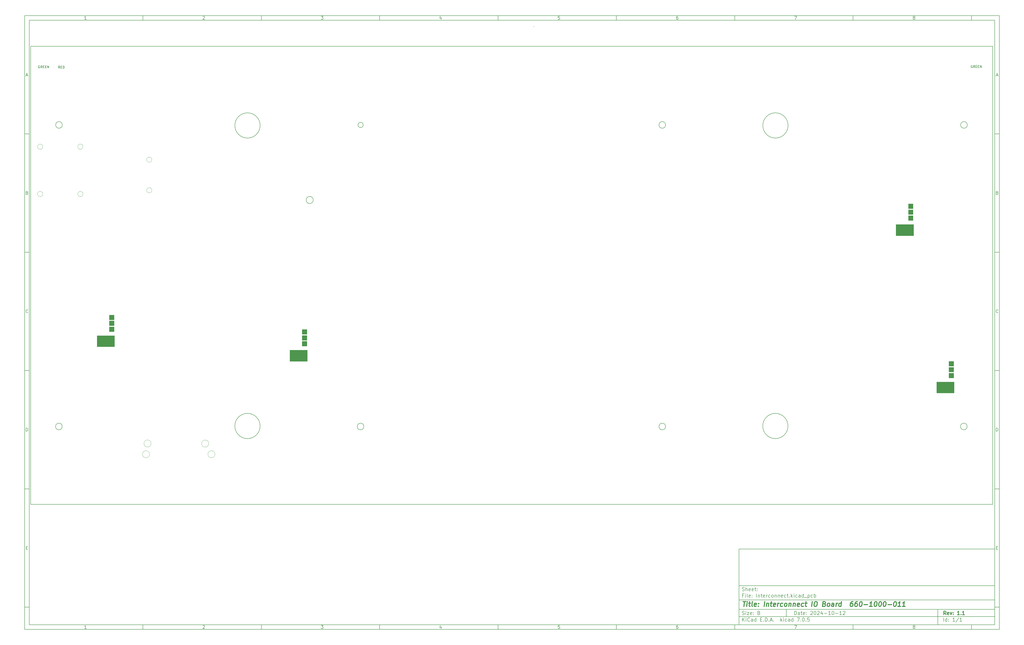
<source format=gm1>
G04 #@! TF.GenerationSoftware,KiCad,Pcbnew,7.0.5*
G04 #@! TF.CreationDate,2024-10-27T20:03:42-04:00*
G04 #@! TF.ProjectId,Interconnect,496e7465-7263-46f6-9e6e-6563742e6b69,1.1*
G04 #@! TF.SameCoordinates,Original*
G04 #@! TF.FileFunction,Profile,NP*
%FSLAX46Y46*%
G04 Gerber Fmt 4.6, Leading zero omitted, Abs format (unit mm)*
G04 Created by KiCad (PCBNEW 7.0.5) date 2024-10-27 20:03:42*
%MOMM*%
%LPD*%
G01*
G04 APERTURE LIST*
%ADD10C,0.100000*%
%ADD11C,0.150000*%
%ADD12C,0.300000*%
%ADD13C,0.400000*%
G04 #@! TA.AperFunction,Profile*
%ADD14C,0.100000*%
G04 #@! TD*
G04 #@! TA.AperFunction,Profile*
%ADD15C,0.160000*%
G04 #@! TD*
G04 APERTURE END LIST*
D10*
D11*
X311800000Y-235400000D02*
X419800000Y-235400000D01*
X419800000Y-267400000D01*
X311800000Y-267400000D01*
X311800000Y-235400000D01*
D10*
D11*
X10000000Y-10000000D02*
X421800000Y-10000000D01*
X421800000Y-269400000D01*
X10000000Y-269400000D01*
X10000000Y-10000000D01*
D10*
D11*
X12000000Y-12000000D02*
X419800000Y-12000000D01*
X419800000Y-267400000D01*
X12000000Y-267400000D01*
X12000000Y-12000000D01*
D10*
D11*
X60000000Y-12000000D02*
X60000000Y-10000000D01*
D10*
D11*
X110000000Y-12000000D02*
X110000000Y-10000000D01*
D10*
D11*
X160000000Y-12000000D02*
X160000000Y-10000000D01*
D10*
D11*
X210000000Y-12000000D02*
X210000000Y-10000000D01*
D10*
D11*
X260000000Y-12000000D02*
X260000000Y-10000000D01*
D10*
D11*
X310000000Y-12000000D02*
X310000000Y-10000000D01*
D10*
D11*
X360000000Y-12000000D02*
X360000000Y-10000000D01*
D10*
D11*
X410000000Y-12000000D02*
X410000000Y-10000000D01*
D10*
D11*
X36089160Y-11593604D02*
X35346303Y-11593604D01*
X35717731Y-11593604D02*
X35717731Y-10293604D01*
X35717731Y-10293604D02*
X35593922Y-10479319D01*
X35593922Y-10479319D02*
X35470112Y-10603128D01*
X35470112Y-10603128D02*
X35346303Y-10665033D01*
D10*
D11*
X85346303Y-10417414D02*
X85408207Y-10355509D01*
X85408207Y-10355509D02*
X85532017Y-10293604D01*
X85532017Y-10293604D02*
X85841541Y-10293604D01*
X85841541Y-10293604D02*
X85965350Y-10355509D01*
X85965350Y-10355509D02*
X86027255Y-10417414D01*
X86027255Y-10417414D02*
X86089160Y-10541223D01*
X86089160Y-10541223D02*
X86089160Y-10665033D01*
X86089160Y-10665033D02*
X86027255Y-10850747D01*
X86027255Y-10850747D02*
X85284398Y-11593604D01*
X85284398Y-11593604D02*
X86089160Y-11593604D01*
D10*
D11*
X135284398Y-10293604D02*
X136089160Y-10293604D01*
X136089160Y-10293604D02*
X135655826Y-10788842D01*
X135655826Y-10788842D02*
X135841541Y-10788842D01*
X135841541Y-10788842D02*
X135965350Y-10850747D01*
X135965350Y-10850747D02*
X136027255Y-10912652D01*
X136027255Y-10912652D02*
X136089160Y-11036461D01*
X136089160Y-11036461D02*
X136089160Y-11345985D01*
X136089160Y-11345985D02*
X136027255Y-11469795D01*
X136027255Y-11469795D02*
X135965350Y-11531700D01*
X135965350Y-11531700D02*
X135841541Y-11593604D01*
X135841541Y-11593604D02*
X135470112Y-11593604D01*
X135470112Y-11593604D02*
X135346303Y-11531700D01*
X135346303Y-11531700D02*
X135284398Y-11469795D01*
D10*
D11*
X185965350Y-10726938D02*
X185965350Y-11593604D01*
X185655826Y-10231700D02*
X185346303Y-11160271D01*
X185346303Y-11160271D02*
X186151064Y-11160271D01*
D10*
D11*
X236027255Y-10293604D02*
X235408207Y-10293604D01*
X235408207Y-10293604D02*
X235346303Y-10912652D01*
X235346303Y-10912652D02*
X235408207Y-10850747D01*
X235408207Y-10850747D02*
X235532017Y-10788842D01*
X235532017Y-10788842D02*
X235841541Y-10788842D01*
X235841541Y-10788842D02*
X235965350Y-10850747D01*
X235965350Y-10850747D02*
X236027255Y-10912652D01*
X236027255Y-10912652D02*
X236089160Y-11036461D01*
X236089160Y-11036461D02*
X236089160Y-11345985D01*
X236089160Y-11345985D02*
X236027255Y-11469795D01*
X236027255Y-11469795D02*
X235965350Y-11531700D01*
X235965350Y-11531700D02*
X235841541Y-11593604D01*
X235841541Y-11593604D02*
X235532017Y-11593604D01*
X235532017Y-11593604D02*
X235408207Y-11531700D01*
X235408207Y-11531700D02*
X235346303Y-11469795D01*
D10*
D11*
X285965350Y-10293604D02*
X285717731Y-10293604D01*
X285717731Y-10293604D02*
X285593922Y-10355509D01*
X285593922Y-10355509D02*
X285532017Y-10417414D01*
X285532017Y-10417414D02*
X285408207Y-10603128D01*
X285408207Y-10603128D02*
X285346303Y-10850747D01*
X285346303Y-10850747D02*
X285346303Y-11345985D01*
X285346303Y-11345985D02*
X285408207Y-11469795D01*
X285408207Y-11469795D02*
X285470112Y-11531700D01*
X285470112Y-11531700D02*
X285593922Y-11593604D01*
X285593922Y-11593604D02*
X285841541Y-11593604D01*
X285841541Y-11593604D02*
X285965350Y-11531700D01*
X285965350Y-11531700D02*
X286027255Y-11469795D01*
X286027255Y-11469795D02*
X286089160Y-11345985D01*
X286089160Y-11345985D02*
X286089160Y-11036461D01*
X286089160Y-11036461D02*
X286027255Y-10912652D01*
X286027255Y-10912652D02*
X285965350Y-10850747D01*
X285965350Y-10850747D02*
X285841541Y-10788842D01*
X285841541Y-10788842D02*
X285593922Y-10788842D01*
X285593922Y-10788842D02*
X285470112Y-10850747D01*
X285470112Y-10850747D02*
X285408207Y-10912652D01*
X285408207Y-10912652D02*
X285346303Y-11036461D01*
D10*
D11*
X335284398Y-10293604D02*
X336151064Y-10293604D01*
X336151064Y-10293604D02*
X335593922Y-11593604D01*
D10*
D11*
X385593922Y-10850747D02*
X385470112Y-10788842D01*
X385470112Y-10788842D02*
X385408207Y-10726938D01*
X385408207Y-10726938D02*
X385346303Y-10603128D01*
X385346303Y-10603128D02*
X385346303Y-10541223D01*
X385346303Y-10541223D02*
X385408207Y-10417414D01*
X385408207Y-10417414D02*
X385470112Y-10355509D01*
X385470112Y-10355509D02*
X385593922Y-10293604D01*
X385593922Y-10293604D02*
X385841541Y-10293604D01*
X385841541Y-10293604D02*
X385965350Y-10355509D01*
X385965350Y-10355509D02*
X386027255Y-10417414D01*
X386027255Y-10417414D02*
X386089160Y-10541223D01*
X386089160Y-10541223D02*
X386089160Y-10603128D01*
X386089160Y-10603128D02*
X386027255Y-10726938D01*
X386027255Y-10726938D02*
X385965350Y-10788842D01*
X385965350Y-10788842D02*
X385841541Y-10850747D01*
X385841541Y-10850747D02*
X385593922Y-10850747D01*
X385593922Y-10850747D02*
X385470112Y-10912652D01*
X385470112Y-10912652D02*
X385408207Y-10974557D01*
X385408207Y-10974557D02*
X385346303Y-11098366D01*
X385346303Y-11098366D02*
X385346303Y-11345985D01*
X385346303Y-11345985D02*
X385408207Y-11469795D01*
X385408207Y-11469795D02*
X385470112Y-11531700D01*
X385470112Y-11531700D02*
X385593922Y-11593604D01*
X385593922Y-11593604D02*
X385841541Y-11593604D01*
X385841541Y-11593604D02*
X385965350Y-11531700D01*
X385965350Y-11531700D02*
X386027255Y-11469795D01*
X386027255Y-11469795D02*
X386089160Y-11345985D01*
X386089160Y-11345985D02*
X386089160Y-11098366D01*
X386089160Y-11098366D02*
X386027255Y-10974557D01*
X386027255Y-10974557D02*
X385965350Y-10912652D01*
X385965350Y-10912652D02*
X385841541Y-10850747D01*
D10*
D11*
X60000000Y-267400000D02*
X60000000Y-269400000D01*
D10*
D11*
X110000000Y-267400000D02*
X110000000Y-269400000D01*
D10*
D11*
X160000000Y-267400000D02*
X160000000Y-269400000D01*
D10*
D11*
X210000000Y-267400000D02*
X210000000Y-269400000D01*
D10*
D11*
X260000000Y-267400000D02*
X260000000Y-269400000D01*
D10*
D11*
X310000000Y-267400000D02*
X310000000Y-269400000D01*
D10*
D11*
X360000000Y-267400000D02*
X360000000Y-269400000D01*
D10*
D11*
X410000000Y-267400000D02*
X410000000Y-269400000D01*
D10*
D11*
X36089160Y-268993604D02*
X35346303Y-268993604D01*
X35717731Y-268993604D02*
X35717731Y-267693604D01*
X35717731Y-267693604D02*
X35593922Y-267879319D01*
X35593922Y-267879319D02*
X35470112Y-268003128D01*
X35470112Y-268003128D02*
X35346303Y-268065033D01*
D10*
D11*
X85346303Y-267817414D02*
X85408207Y-267755509D01*
X85408207Y-267755509D02*
X85532017Y-267693604D01*
X85532017Y-267693604D02*
X85841541Y-267693604D01*
X85841541Y-267693604D02*
X85965350Y-267755509D01*
X85965350Y-267755509D02*
X86027255Y-267817414D01*
X86027255Y-267817414D02*
X86089160Y-267941223D01*
X86089160Y-267941223D02*
X86089160Y-268065033D01*
X86089160Y-268065033D02*
X86027255Y-268250747D01*
X86027255Y-268250747D02*
X85284398Y-268993604D01*
X85284398Y-268993604D02*
X86089160Y-268993604D01*
D10*
D11*
X135284398Y-267693604D02*
X136089160Y-267693604D01*
X136089160Y-267693604D02*
X135655826Y-268188842D01*
X135655826Y-268188842D02*
X135841541Y-268188842D01*
X135841541Y-268188842D02*
X135965350Y-268250747D01*
X135965350Y-268250747D02*
X136027255Y-268312652D01*
X136027255Y-268312652D02*
X136089160Y-268436461D01*
X136089160Y-268436461D02*
X136089160Y-268745985D01*
X136089160Y-268745985D02*
X136027255Y-268869795D01*
X136027255Y-268869795D02*
X135965350Y-268931700D01*
X135965350Y-268931700D02*
X135841541Y-268993604D01*
X135841541Y-268993604D02*
X135470112Y-268993604D01*
X135470112Y-268993604D02*
X135346303Y-268931700D01*
X135346303Y-268931700D02*
X135284398Y-268869795D01*
D10*
D11*
X185965350Y-268126938D02*
X185965350Y-268993604D01*
X185655826Y-267631700D02*
X185346303Y-268560271D01*
X185346303Y-268560271D02*
X186151064Y-268560271D01*
D10*
D11*
X236027255Y-267693604D02*
X235408207Y-267693604D01*
X235408207Y-267693604D02*
X235346303Y-268312652D01*
X235346303Y-268312652D02*
X235408207Y-268250747D01*
X235408207Y-268250747D02*
X235532017Y-268188842D01*
X235532017Y-268188842D02*
X235841541Y-268188842D01*
X235841541Y-268188842D02*
X235965350Y-268250747D01*
X235965350Y-268250747D02*
X236027255Y-268312652D01*
X236027255Y-268312652D02*
X236089160Y-268436461D01*
X236089160Y-268436461D02*
X236089160Y-268745985D01*
X236089160Y-268745985D02*
X236027255Y-268869795D01*
X236027255Y-268869795D02*
X235965350Y-268931700D01*
X235965350Y-268931700D02*
X235841541Y-268993604D01*
X235841541Y-268993604D02*
X235532017Y-268993604D01*
X235532017Y-268993604D02*
X235408207Y-268931700D01*
X235408207Y-268931700D02*
X235346303Y-268869795D01*
D10*
D11*
X285965350Y-267693604D02*
X285717731Y-267693604D01*
X285717731Y-267693604D02*
X285593922Y-267755509D01*
X285593922Y-267755509D02*
X285532017Y-267817414D01*
X285532017Y-267817414D02*
X285408207Y-268003128D01*
X285408207Y-268003128D02*
X285346303Y-268250747D01*
X285346303Y-268250747D02*
X285346303Y-268745985D01*
X285346303Y-268745985D02*
X285408207Y-268869795D01*
X285408207Y-268869795D02*
X285470112Y-268931700D01*
X285470112Y-268931700D02*
X285593922Y-268993604D01*
X285593922Y-268993604D02*
X285841541Y-268993604D01*
X285841541Y-268993604D02*
X285965350Y-268931700D01*
X285965350Y-268931700D02*
X286027255Y-268869795D01*
X286027255Y-268869795D02*
X286089160Y-268745985D01*
X286089160Y-268745985D02*
X286089160Y-268436461D01*
X286089160Y-268436461D02*
X286027255Y-268312652D01*
X286027255Y-268312652D02*
X285965350Y-268250747D01*
X285965350Y-268250747D02*
X285841541Y-268188842D01*
X285841541Y-268188842D02*
X285593922Y-268188842D01*
X285593922Y-268188842D02*
X285470112Y-268250747D01*
X285470112Y-268250747D02*
X285408207Y-268312652D01*
X285408207Y-268312652D02*
X285346303Y-268436461D01*
D10*
D11*
X335284398Y-267693604D02*
X336151064Y-267693604D01*
X336151064Y-267693604D02*
X335593922Y-268993604D01*
D10*
D11*
X385593922Y-268250747D02*
X385470112Y-268188842D01*
X385470112Y-268188842D02*
X385408207Y-268126938D01*
X385408207Y-268126938D02*
X385346303Y-268003128D01*
X385346303Y-268003128D02*
X385346303Y-267941223D01*
X385346303Y-267941223D02*
X385408207Y-267817414D01*
X385408207Y-267817414D02*
X385470112Y-267755509D01*
X385470112Y-267755509D02*
X385593922Y-267693604D01*
X385593922Y-267693604D02*
X385841541Y-267693604D01*
X385841541Y-267693604D02*
X385965350Y-267755509D01*
X385965350Y-267755509D02*
X386027255Y-267817414D01*
X386027255Y-267817414D02*
X386089160Y-267941223D01*
X386089160Y-267941223D02*
X386089160Y-268003128D01*
X386089160Y-268003128D02*
X386027255Y-268126938D01*
X386027255Y-268126938D02*
X385965350Y-268188842D01*
X385965350Y-268188842D02*
X385841541Y-268250747D01*
X385841541Y-268250747D02*
X385593922Y-268250747D01*
X385593922Y-268250747D02*
X385470112Y-268312652D01*
X385470112Y-268312652D02*
X385408207Y-268374557D01*
X385408207Y-268374557D02*
X385346303Y-268498366D01*
X385346303Y-268498366D02*
X385346303Y-268745985D01*
X385346303Y-268745985D02*
X385408207Y-268869795D01*
X385408207Y-268869795D02*
X385470112Y-268931700D01*
X385470112Y-268931700D02*
X385593922Y-268993604D01*
X385593922Y-268993604D02*
X385841541Y-268993604D01*
X385841541Y-268993604D02*
X385965350Y-268931700D01*
X385965350Y-268931700D02*
X386027255Y-268869795D01*
X386027255Y-268869795D02*
X386089160Y-268745985D01*
X386089160Y-268745985D02*
X386089160Y-268498366D01*
X386089160Y-268498366D02*
X386027255Y-268374557D01*
X386027255Y-268374557D02*
X385965350Y-268312652D01*
X385965350Y-268312652D02*
X385841541Y-268250747D01*
D10*
D11*
X10000000Y-60000000D02*
X12000000Y-60000000D01*
D10*
D11*
X10000000Y-110000000D02*
X12000000Y-110000000D01*
D10*
D11*
X10000000Y-160000000D02*
X12000000Y-160000000D01*
D10*
D11*
X10000000Y-210000000D02*
X12000000Y-210000000D01*
D10*
D11*
X10000000Y-260000000D02*
X12000000Y-260000000D01*
D10*
D11*
X10690476Y-35222176D02*
X11309523Y-35222176D01*
X10566666Y-35593604D02*
X10999999Y-34293604D01*
X10999999Y-34293604D02*
X11433333Y-35593604D01*
D10*
D11*
X11092857Y-84912652D02*
X11278571Y-84974557D01*
X11278571Y-84974557D02*
X11340476Y-85036461D01*
X11340476Y-85036461D02*
X11402380Y-85160271D01*
X11402380Y-85160271D02*
X11402380Y-85345985D01*
X11402380Y-85345985D02*
X11340476Y-85469795D01*
X11340476Y-85469795D02*
X11278571Y-85531700D01*
X11278571Y-85531700D02*
X11154761Y-85593604D01*
X11154761Y-85593604D02*
X10659523Y-85593604D01*
X10659523Y-85593604D02*
X10659523Y-84293604D01*
X10659523Y-84293604D02*
X11092857Y-84293604D01*
X11092857Y-84293604D02*
X11216666Y-84355509D01*
X11216666Y-84355509D02*
X11278571Y-84417414D01*
X11278571Y-84417414D02*
X11340476Y-84541223D01*
X11340476Y-84541223D02*
X11340476Y-84665033D01*
X11340476Y-84665033D02*
X11278571Y-84788842D01*
X11278571Y-84788842D02*
X11216666Y-84850747D01*
X11216666Y-84850747D02*
X11092857Y-84912652D01*
X11092857Y-84912652D02*
X10659523Y-84912652D01*
D10*
D11*
X11402380Y-135469795D02*
X11340476Y-135531700D01*
X11340476Y-135531700D02*
X11154761Y-135593604D01*
X11154761Y-135593604D02*
X11030952Y-135593604D01*
X11030952Y-135593604D02*
X10845238Y-135531700D01*
X10845238Y-135531700D02*
X10721428Y-135407890D01*
X10721428Y-135407890D02*
X10659523Y-135284080D01*
X10659523Y-135284080D02*
X10597619Y-135036461D01*
X10597619Y-135036461D02*
X10597619Y-134850747D01*
X10597619Y-134850747D02*
X10659523Y-134603128D01*
X10659523Y-134603128D02*
X10721428Y-134479319D01*
X10721428Y-134479319D02*
X10845238Y-134355509D01*
X10845238Y-134355509D02*
X11030952Y-134293604D01*
X11030952Y-134293604D02*
X11154761Y-134293604D01*
X11154761Y-134293604D02*
X11340476Y-134355509D01*
X11340476Y-134355509D02*
X11402380Y-134417414D01*
D10*
D11*
X10659523Y-185593604D02*
X10659523Y-184293604D01*
X10659523Y-184293604D02*
X10969047Y-184293604D01*
X10969047Y-184293604D02*
X11154761Y-184355509D01*
X11154761Y-184355509D02*
X11278571Y-184479319D01*
X11278571Y-184479319D02*
X11340476Y-184603128D01*
X11340476Y-184603128D02*
X11402380Y-184850747D01*
X11402380Y-184850747D02*
X11402380Y-185036461D01*
X11402380Y-185036461D02*
X11340476Y-185284080D01*
X11340476Y-185284080D02*
X11278571Y-185407890D01*
X11278571Y-185407890D02*
X11154761Y-185531700D01*
X11154761Y-185531700D02*
X10969047Y-185593604D01*
X10969047Y-185593604D02*
X10659523Y-185593604D01*
D10*
D11*
X10721428Y-234912652D02*
X11154762Y-234912652D01*
X11340476Y-235593604D02*
X10721428Y-235593604D01*
X10721428Y-235593604D02*
X10721428Y-234293604D01*
X10721428Y-234293604D02*
X11340476Y-234293604D01*
D10*
D11*
X421800000Y-60000000D02*
X419800000Y-60000000D01*
D10*
D11*
X421800000Y-110000000D02*
X419800000Y-110000000D01*
D10*
D11*
X421800000Y-160000000D02*
X419800000Y-160000000D01*
D10*
D11*
X421800000Y-210000000D02*
X419800000Y-210000000D01*
D10*
D11*
X421800000Y-260000000D02*
X419800000Y-260000000D01*
D10*
D11*
X420490476Y-35222176D02*
X421109523Y-35222176D01*
X420366666Y-35593604D02*
X420799999Y-34293604D01*
X420799999Y-34293604D02*
X421233333Y-35593604D01*
D10*
D11*
X420892857Y-84912652D02*
X421078571Y-84974557D01*
X421078571Y-84974557D02*
X421140476Y-85036461D01*
X421140476Y-85036461D02*
X421202380Y-85160271D01*
X421202380Y-85160271D02*
X421202380Y-85345985D01*
X421202380Y-85345985D02*
X421140476Y-85469795D01*
X421140476Y-85469795D02*
X421078571Y-85531700D01*
X421078571Y-85531700D02*
X420954761Y-85593604D01*
X420954761Y-85593604D02*
X420459523Y-85593604D01*
X420459523Y-85593604D02*
X420459523Y-84293604D01*
X420459523Y-84293604D02*
X420892857Y-84293604D01*
X420892857Y-84293604D02*
X421016666Y-84355509D01*
X421016666Y-84355509D02*
X421078571Y-84417414D01*
X421078571Y-84417414D02*
X421140476Y-84541223D01*
X421140476Y-84541223D02*
X421140476Y-84665033D01*
X421140476Y-84665033D02*
X421078571Y-84788842D01*
X421078571Y-84788842D02*
X421016666Y-84850747D01*
X421016666Y-84850747D02*
X420892857Y-84912652D01*
X420892857Y-84912652D02*
X420459523Y-84912652D01*
D10*
D11*
X421202380Y-135469795D02*
X421140476Y-135531700D01*
X421140476Y-135531700D02*
X420954761Y-135593604D01*
X420954761Y-135593604D02*
X420830952Y-135593604D01*
X420830952Y-135593604D02*
X420645238Y-135531700D01*
X420645238Y-135531700D02*
X420521428Y-135407890D01*
X420521428Y-135407890D02*
X420459523Y-135284080D01*
X420459523Y-135284080D02*
X420397619Y-135036461D01*
X420397619Y-135036461D02*
X420397619Y-134850747D01*
X420397619Y-134850747D02*
X420459523Y-134603128D01*
X420459523Y-134603128D02*
X420521428Y-134479319D01*
X420521428Y-134479319D02*
X420645238Y-134355509D01*
X420645238Y-134355509D02*
X420830952Y-134293604D01*
X420830952Y-134293604D02*
X420954761Y-134293604D01*
X420954761Y-134293604D02*
X421140476Y-134355509D01*
X421140476Y-134355509D02*
X421202380Y-134417414D01*
D10*
D11*
X420459523Y-185593604D02*
X420459523Y-184293604D01*
X420459523Y-184293604D02*
X420769047Y-184293604D01*
X420769047Y-184293604D02*
X420954761Y-184355509D01*
X420954761Y-184355509D02*
X421078571Y-184479319D01*
X421078571Y-184479319D02*
X421140476Y-184603128D01*
X421140476Y-184603128D02*
X421202380Y-184850747D01*
X421202380Y-184850747D02*
X421202380Y-185036461D01*
X421202380Y-185036461D02*
X421140476Y-185284080D01*
X421140476Y-185284080D02*
X421078571Y-185407890D01*
X421078571Y-185407890D02*
X420954761Y-185531700D01*
X420954761Y-185531700D02*
X420769047Y-185593604D01*
X420769047Y-185593604D02*
X420459523Y-185593604D01*
D10*
D11*
X420521428Y-234912652D02*
X420954762Y-234912652D01*
X421140476Y-235593604D02*
X420521428Y-235593604D01*
X420521428Y-235593604D02*
X420521428Y-234293604D01*
X420521428Y-234293604D02*
X421140476Y-234293604D01*
D10*
D11*
X335255826Y-263186128D02*
X335255826Y-261686128D01*
X335255826Y-261686128D02*
X335612969Y-261686128D01*
X335612969Y-261686128D02*
X335827255Y-261757557D01*
X335827255Y-261757557D02*
X335970112Y-261900414D01*
X335970112Y-261900414D02*
X336041541Y-262043271D01*
X336041541Y-262043271D02*
X336112969Y-262328985D01*
X336112969Y-262328985D02*
X336112969Y-262543271D01*
X336112969Y-262543271D02*
X336041541Y-262828985D01*
X336041541Y-262828985D02*
X335970112Y-262971842D01*
X335970112Y-262971842D02*
X335827255Y-263114700D01*
X335827255Y-263114700D02*
X335612969Y-263186128D01*
X335612969Y-263186128D02*
X335255826Y-263186128D01*
X337398684Y-263186128D02*
X337398684Y-262400414D01*
X337398684Y-262400414D02*
X337327255Y-262257557D01*
X337327255Y-262257557D02*
X337184398Y-262186128D01*
X337184398Y-262186128D02*
X336898684Y-262186128D01*
X336898684Y-262186128D02*
X336755826Y-262257557D01*
X337398684Y-263114700D02*
X337255826Y-263186128D01*
X337255826Y-263186128D02*
X336898684Y-263186128D01*
X336898684Y-263186128D02*
X336755826Y-263114700D01*
X336755826Y-263114700D02*
X336684398Y-262971842D01*
X336684398Y-262971842D02*
X336684398Y-262828985D01*
X336684398Y-262828985D02*
X336755826Y-262686128D01*
X336755826Y-262686128D02*
X336898684Y-262614700D01*
X336898684Y-262614700D02*
X337255826Y-262614700D01*
X337255826Y-262614700D02*
X337398684Y-262543271D01*
X337898684Y-262186128D02*
X338470112Y-262186128D01*
X338112969Y-261686128D02*
X338112969Y-262971842D01*
X338112969Y-262971842D02*
X338184398Y-263114700D01*
X338184398Y-263114700D02*
X338327255Y-263186128D01*
X338327255Y-263186128D02*
X338470112Y-263186128D01*
X339541541Y-263114700D02*
X339398684Y-263186128D01*
X339398684Y-263186128D02*
X339112970Y-263186128D01*
X339112970Y-263186128D02*
X338970112Y-263114700D01*
X338970112Y-263114700D02*
X338898684Y-262971842D01*
X338898684Y-262971842D02*
X338898684Y-262400414D01*
X338898684Y-262400414D02*
X338970112Y-262257557D01*
X338970112Y-262257557D02*
X339112970Y-262186128D01*
X339112970Y-262186128D02*
X339398684Y-262186128D01*
X339398684Y-262186128D02*
X339541541Y-262257557D01*
X339541541Y-262257557D02*
X339612970Y-262400414D01*
X339612970Y-262400414D02*
X339612970Y-262543271D01*
X339612970Y-262543271D02*
X338898684Y-262686128D01*
X340255826Y-263043271D02*
X340327255Y-263114700D01*
X340327255Y-263114700D02*
X340255826Y-263186128D01*
X340255826Y-263186128D02*
X340184398Y-263114700D01*
X340184398Y-263114700D02*
X340255826Y-263043271D01*
X340255826Y-263043271D02*
X340255826Y-263186128D01*
X340255826Y-262257557D02*
X340327255Y-262328985D01*
X340327255Y-262328985D02*
X340255826Y-262400414D01*
X340255826Y-262400414D02*
X340184398Y-262328985D01*
X340184398Y-262328985D02*
X340255826Y-262257557D01*
X340255826Y-262257557D02*
X340255826Y-262400414D01*
X342041541Y-261828985D02*
X342112969Y-261757557D01*
X342112969Y-261757557D02*
X342255827Y-261686128D01*
X342255827Y-261686128D02*
X342612969Y-261686128D01*
X342612969Y-261686128D02*
X342755827Y-261757557D01*
X342755827Y-261757557D02*
X342827255Y-261828985D01*
X342827255Y-261828985D02*
X342898684Y-261971842D01*
X342898684Y-261971842D02*
X342898684Y-262114700D01*
X342898684Y-262114700D02*
X342827255Y-262328985D01*
X342827255Y-262328985D02*
X341970112Y-263186128D01*
X341970112Y-263186128D02*
X342898684Y-263186128D01*
X343827255Y-261686128D02*
X343970112Y-261686128D01*
X343970112Y-261686128D02*
X344112969Y-261757557D01*
X344112969Y-261757557D02*
X344184398Y-261828985D01*
X344184398Y-261828985D02*
X344255826Y-261971842D01*
X344255826Y-261971842D02*
X344327255Y-262257557D01*
X344327255Y-262257557D02*
X344327255Y-262614700D01*
X344327255Y-262614700D02*
X344255826Y-262900414D01*
X344255826Y-262900414D02*
X344184398Y-263043271D01*
X344184398Y-263043271D02*
X344112969Y-263114700D01*
X344112969Y-263114700D02*
X343970112Y-263186128D01*
X343970112Y-263186128D02*
X343827255Y-263186128D01*
X343827255Y-263186128D02*
X343684398Y-263114700D01*
X343684398Y-263114700D02*
X343612969Y-263043271D01*
X343612969Y-263043271D02*
X343541540Y-262900414D01*
X343541540Y-262900414D02*
X343470112Y-262614700D01*
X343470112Y-262614700D02*
X343470112Y-262257557D01*
X343470112Y-262257557D02*
X343541540Y-261971842D01*
X343541540Y-261971842D02*
X343612969Y-261828985D01*
X343612969Y-261828985D02*
X343684398Y-261757557D01*
X343684398Y-261757557D02*
X343827255Y-261686128D01*
X344898683Y-261828985D02*
X344970111Y-261757557D01*
X344970111Y-261757557D02*
X345112969Y-261686128D01*
X345112969Y-261686128D02*
X345470111Y-261686128D01*
X345470111Y-261686128D02*
X345612969Y-261757557D01*
X345612969Y-261757557D02*
X345684397Y-261828985D01*
X345684397Y-261828985D02*
X345755826Y-261971842D01*
X345755826Y-261971842D02*
X345755826Y-262114700D01*
X345755826Y-262114700D02*
X345684397Y-262328985D01*
X345684397Y-262328985D02*
X344827254Y-263186128D01*
X344827254Y-263186128D02*
X345755826Y-263186128D01*
X347041540Y-262186128D02*
X347041540Y-263186128D01*
X346684397Y-261614700D02*
X346327254Y-262686128D01*
X346327254Y-262686128D02*
X347255825Y-262686128D01*
X347827253Y-262614700D02*
X348970111Y-262614700D01*
X350470111Y-263186128D02*
X349612968Y-263186128D01*
X350041539Y-263186128D02*
X350041539Y-261686128D01*
X350041539Y-261686128D02*
X349898682Y-261900414D01*
X349898682Y-261900414D02*
X349755825Y-262043271D01*
X349755825Y-262043271D02*
X349612968Y-262114700D01*
X351398682Y-261686128D02*
X351541539Y-261686128D01*
X351541539Y-261686128D02*
X351684396Y-261757557D01*
X351684396Y-261757557D02*
X351755825Y-261828985D01*
X351755825Y-261828985D02*
X351827253Y-261971842D01*
X351827253Y-261971842D02*
X351898682Y-262257557D01*
X351898682Y-262257557D02*
X351898682Y-262614700D01*
X351898682Y-262614700D02*
X351827253Y-262900414D01*
X351827253Y-262900414D02*
X351755825Y-263043271D01*
X351755825Y-263043271D02*
X351684396Y-263114700D01*
X351684396Y-263114700D02*
X351541539Y-263186128D01*
X351541539Y-263186128D02*
X351398682Y-263186128D01*
X351398682Y-263186128D02*
X351255825Y-263114700D01*
X351255825Y-263114700D02*
X351184396Y-263043271D01*
X351184396Y-263043271D02*
X351112967Y-262900414D01*
X351112967Y-262900414D02*
X351041539Y-262614700D01*
X351041539Y-262614700D02*
X351041539Y-262257557D01*
X351041539Y-262257557D02*
X351112967Y-261971842D01*
X351112967Y-261971842D02*
X351184396Y-261828985D01*
X351184396Y-261828985D02*
X351255825Y-261757557D01*
X351255825Y-261757557D02*
X351398682Y-261686128D01*
X352541538Y-262614700D02*
X353684396Y-262614700D01*
X355184396Y-263186128D02*
X354327253Y-263186128D01*
X354755824Y-263186128D02*
X354755824Y-261686128D01*
X354755824Y-261686128D02*
X354612967Y-261900414D01*
X354612967Y-261900414D02*
X354470110Y-262043271D01*
X354470110Y-262043271D02*
X354327253Y-262114700D01*
X355755824Y-261828985D02*
X355827252Y-261757557D01*
X355827252Y-261757557D02*
X355970110Y-261686128D01*
X355970110Y-261686128D02*
X356327252Y-261686128D01*
X356327252Y-261686128D02*
X356470110Y-261757557D01*
X356470110Y-261757557D02*
X356541538Y-261828985D01*
X356541538Y-261828985D02*
X356612967Y-261971842D01*
X356612967Y-261971842D02*
X356612967Y-262114700D01*
X356612967Y-262114700D02*
X356541538Y-262328985D01*
X356541538Y-262328985D02*
X355684395Y-263186128D01*
X355684395Y-263186128D02*
X356612967Y-263186128D01*
D10*
D11*
X311800000Y-263900000D02*
X419800000Y-263900000D01*
D10*
D11*
X313255826Y-265986128D02*
X313255826Y-264486128D01*
X314112969Y-265986128D02*
X313470112Y-265128985D01*
X314112969Y-264486128D02*
X313255826Y-265343271D01*
X314755826Y-265986128D02*
X314755826Y-264986128D01*
X314755826Y-264486128D02*
X314684398Y-264557557D01*
X314684398Y-264557557D02*
X314755826Y-264628985D01*
X314755826Y-264628985D02*
X314827255Y-264557557D01*
X314827255Y-264557557D02*
X314755826Y-264486128D01*
X314755826Y-264486128D02*
X314755826Y-264628985D01*
X316327255Y-265843271D02*
X316255827Y-265914700D01*
X316255827Y-265914700D02*
X316041541Y-265986128D01*
X316041541Y-265986128D02*
X315898684Y-265986128D01*
X315898684Y-265986128D02*
X315684398Y-265914700D01*
X315684398Y-265914700D02*
X315541541Y-265771842D01*
X315541541Y-265771842D02*
X315470112Y-265628985D01*
X315470112Y-265628985D02*
X315398684Y-265343271D01*
X315398684Y-265343271D02*
X315398684Y-265128985D01*
X315398684Y-265128985D02*
X315470112Y-264843271D01*
X315470112Y-264843271D02*
X315541541Y-264700414D01*
X315541541Y-264700414D02*
X315684398Y-264557557D01*
X315684398Y-264557557D02*
X315898684Y-264486128D01*
X315898684Y-264486128D02*
X316041541Y-264486128D01*
X316041541Y-264486128D02*
X316255827Y-264557557D01*
X316255827Y-264557557D02*
X316327255Y-264628985D01*
X317612970Y-265986128D02*
X317612970Y-265200414D01*
X317612970Y-265200414D02*
X317541541Y-265057557D01*
X317541541Y-265057557D02*
X317398684Y-264986128D01*
X317398684Y-264986128D02*
X317112970Y-264986128D01*
X317112970Y-264986128D02*
X316970112Y-265057557D01*
X317612970Y-265914700D02*
X317470112Y-265986128D01*
X317470112Y-265986128D02*
X317112970Y-265986128D01*
X317112970Y-265986128D02*
X316970112Y-265914700D01*
X316970112Y-265914700D02*
X316898684Y-265771842D01*
X316898684Y-265771842D02*
X316898684Y-265628985D01*
X316898684Y-265628985D02*
X316970112Y-265486128D01*
X316970112Y-265486128D02*
X317112970Y-265414700D01*
X317112970Y-265414700D02*
X317470112Y-265414700D01*
X317470112Y-265414700D02*
X317612970Y-265343271D01*
X318970113Y-265986128D02*
X318970113Y-264486128D01*
X318970113Y-265914700D02*
X318827255Y-265986128D01*
X318827255Y-265986128D02*
X318541541Y-265986128D01*
X318541541Y-265986128D02*
X318398684Y-265914700D01*
X318398684Y-265914700D02*
X318327255Y-265843271D01*
X318327255Y-265843271D02*
X318255827Y-265700414D01*
X318255827Y-265700414D02*
X318255827Y-265271842D01*
X318255827Y-265271842D02*
X318327255Y-265128985D01*
X318327255Y-265128985D02*
X318398684Y-265057557D01*
X318398684Y-265057557D02*
X318541541Y-264986128D01*
X318541541Y-264986128D02*
X318827255Y-264986128D01*
X318827255Y-264986128D02*
X318970113Y-265057557D01*
X320827255Y-265200414D02*
X321327255Y-265200414D01*
X321541541Y-265986128D02*
X320827255Y-265986128D01*
X320827255Y-265986128D02*
X320827255Y-264486128D01*
X320827255Y-264486128D02*
X321541541Y-264486128D01*
X322184398Y-265843271D02*
X322255827Y-265914700D01*
X322255827Y-265914700D02*
X322184398Y-265986128D01*
X322184398Y-265986128D02*
X322112970Y-265914700D01*
X322112970Y-265914700D02*
X322184398Y-265843271D01*
X322184398Y-265843271D02*
X322184398Y-265986128D01*
X322898684Y-265986128D02*
X322898684Y-264486128D01*
X322898684Y-264486128D02*
X323255827Y-264486128D01*
X323255827Y-264486128D02*
X323470113Y-264557557D01*
X323470113Y-264557557D02*
X323612970Y-264700414D01*
X323612970Y-264700414D02*
X323684399Y-264843271D01*
X323684399Y-264843271D02*
X323755827Y-265128985D01*
X323755827Y-265128985D02*
X323755827Y-265343271D01*
X323755827Y-265343271D02*
X323684399Y-265628985D01*
X323684399Y-265628985D02*
X323612970Y-265771842D01*
X323612970Y-265771842D02*
X323470113Y-265914700D01*
X323470113Y-265914700D02*
X323255827Y-265986128D01*
X323255827Y-265986128D02*
X322898684Y-265986128D01*
X324398684Y-265843271D02*
X324470113Y-265914700D01*
X324470113Y-265914700D02*
X324398684Y-265986128D01*
X324398684Y-265986128D02*
X324327256Y-265914700D01*
X324327256Y-265914700D02*
X324398684Y-265843271D01*
X324398684Y-265843271D02*
X324398684Y-265986128D01*
X325041542Y-265557557D02*
X325755828Y-265557557D01*
X324898685Y-265986128D02*
X325398685Y-264486128D01*
X325398685Y-264486128D02*
X325898685Y-265986128D01*
X326398684Y-265843271D02*
X326470113Y-265914700D01*
X326470113Y-265914700D02*
X326398684Y-265986128D01*
X326398684Y-265986128D02*
X326327256Y-265914700D01*
X326327256Y-265914700D02*
X326398684Y-265843271D01*
X326398684Y-265843271D02*
X326398684Y-265986128D01*
X329398684Y-265986128D02*
X329398684Y-264486128D01*
X329541542Y-265414700D02*
X329970113Y-265986128D01*
X329970113Y-264986128D02*
X329398684Y-265557557D01*
X330612970Y-265986128D02*
X330612970Y-264986128D01*
X330612970Y-264486128D02*
X330541542Y-264557557D01*
X330541542Y-264557557D02*
X330612970Y-264628985D01*
X330612970Y-264628985D02*
X330684399Y-264557557D01*
X330684399Y-264557557D02*
X330612970Y-264486128D01*
X330612970Y-264486128D02*
X330612970Y-264628985D01*
X331970114Y-265914700D02*
X331827256Y-265986128D01*
X331827256Y-265986128D02*
X331541542Y-265986128D01*
X331541542Y-265986128D02*
X331398685Y-265914700D01*
X331398685Y-265914700D02*
X331327256Y-265843271D01*
X331327256Y-265843271D02*
X331255828Y-265700414D01*
X331255828Y-265700414D02*
X331255828Y-265271842D01*
X331255828Y-265271842D02*
X331327256Y-265128985D01*
X331327256Y-265128985D02*
X331398685Y-265057557D01*
X331398685Y-265057557D02*
X331541542Y-264986128D01*
X331541542Y-264986128D02*
X331827256Y-264986128D01*
X331827256Y-264986128D02*
X331970114Y-265057557D01*
X333255828Y-265986128D02*
X333255828Y-265200414D01*
X333255828Y-265200414D02*
X333184399Y-265057557D01*
X333184399Y-265057557D02*
X333041542Y-264986128D01*
X333041542Y-264986128D02*
X332755828Y-264986128D01*
X332755828Y-264986128D02*
X332612970Y-265057557D01*
X333255828Y-265914700D02*
X333112970Y-265986128D01*
X333112970Y-265986128D02*
X332755828Y-265986128D01*
X332755828Y-265986128D02*
X332612970Y-265914700D01*
X332612970Y-265914700D02*
X332541542Y-265771842D01*
X332541542Y-265771842D02*
X332541542Y-265628985D01*
X332541542Y-265628985D02*
X332612970Y-265486128D01*
X332612970Y-265486128D02*
X332755828Y-265414700D01*
X332755828Y-265414700D02*
X333112970Y-265414700D01*
X333112970Y-265414700D02*
X333255828Y-265343271D01*
X334612971Y-265986128D02*
X334612971Y-264486128D01*
X334612971Y-265914700D02*
X334470113Y-265986128D01*
X334470113Y-265986128D02*
X334184399Y-265986128D01*
X334184399Y-265986128D02*
X334041542Y-265914700D01*
X334041542Y-265914700D02*
X333970113Y-265843271D01*
X333970113Y-265843271D02*
X333898685Y-265700414D01*
X333898685Y-265700414D02*
X333898685Y-265271842D01*
X333898685Y-265271842D02*
X333970113Y-265128985D01*
X333970113Y-265128985D02*
X334041542Y-265057557D01*
X334041542Y-265057557D02*
X334184399Y-264986128D01*
X334184399Y-264986128D02*
X334470113Y-264986128D01*
X334470113Y-264986128D02*
X334612971Y-265057557D01*
X336327256Y-264486128D02*
X337327256Y-264486128D01*
X337327256Y-264486128D02*
X336684399Y-265986128D01*
X337898684Y-265843271D02*
X337970113Y-265914700D01*
X337970113Y-265914700D02*
X337898684Y-265986128D01*
X337898684Y-265986128D02*
X337827256Y-265914700D01*
X337827256Y-265914700D02*
X337898684Y-265843271D01*
X337898684Y-265843271D02*
X337898684Y-265986128D01*
X338898685Y-264486128D02*
X339041542Y-264486128D01*
X339041542Y-264486128D02*
X339184399Y-264557557D01*
X339184399Y-264557557D02*
X339255828Y-264628985D01*
X339255828Y-264628985D02*
X339327256Y-264771842D01*
X339327256Y-264771842D02*
X339398685Y-265057557D01*
X339398685Y-265057557D02*
X339398685Y-265414700D01*
X339398685Y-265414700D02*
X339327256Y-265700414D01*
X339327256Y-265700414D02*
X339255828Y-265843271D01*
X339255828Y-265843271D02*
X339184399Y-265914700D01*
X339184399Y-265914700D02*
X339041542Y-265986128D01*
X339041542Y-265986128D02*
X338898685Y-265986128D01*
X338898685Y-265986128D02*
X338755828Y-265914700D01*
X338755828Y-265914700D02*
X338684399Y-265843271D01*
X338684399Y-265843271D02*
X338612970Y-265700414D01*
X338612970Y-265700414D02*
X338541542Y-265414700D01*
X338541542Y-265414700D02*
X338541542Y-265057557D01*
X338541542Y-265057557D02*
X338612970Y-264771842D01*
X338612970Y-264771842D02*
X338684399Y-264628985D01*
X338684399Y-264628985D02*
X338755828Y-264557557D01*
X338755828Y-264557557D02*
X338898685Y-264486128D01*
X340041541Y-265843271D02*
X340112970Y-265914700D01*
X340112970Y-265914700D02*
X340041541Y-265986128D01*
X340041541Y-265986128D02*
X339970113Y-265914700D01*
X339970113Y-265914700D02*
X340041541Y-265843271D01*
X340041541Y-265843271D02*
X340041541Y-265986128D01*
X341470113Y-264486128D02*
X340755827Y-264486128D01*
X340755827Y-264486128D02*
X340684399Y-265200414D01*
X340684399Y-265200414D02*
X340755827Y-265128985D01*
X340755827Y-265128985D02*
X340898685Y-265057557D01*
X340898685Y-265057557D02*
X341255827Y-265057557D01*
X341255827Y-265057557D02*
X341398685Y-265128985D01*
X341398685Y-265128985D02*
X341470113Y-265200414D01*
X341470113Y-265200414D02*
X341541542Y-265343271D01*
X341541542Y-265343271D02*
X341541542Y-265700414D01*
X341541542Y-265700414D02*
X341470113Y-265843271D01*
X341470113Y-265843271D02*
X341398685Y-265914700D01*
X341398685Y-265914700D02*
X341255827Y-265986128D01*
X341255827Y-265986128D02*
X340898685Y-265986128D01*
X340898685Y-265986128D02*
X340755827Y-265914700D01*
X340755827Y-265914700D02*
X340684399Y-265843271D01*
D10*
D11*
X311800000Y-260900000D02*
X419800000Y-260900000D01*
D10*
D12*
X399211653Y-263178328D02*
X398711653Y-262464042D01*
X398354510Y-263178328D02*
X398354510Y-261678328D01*
X398354510Y-261678328D02*
X398925939Y-261678328D01*
X398925939Y-261678328D02*
X399068796Y-261749757D01*
X399068796Y-261749757D02*
X399140225Y-261821185D01*
X399140225Y-261821185D02*
X399211653Y-261964042D01*
X399211653Y-261964042D02*
X399211653Y-262178328D01*
X399211653Y-262178328D02*
X399140225Y-262321185D01*
X399140225Y-262321185D02*
X399068796Y-262392614D01*
X399068796Y-262392614D02*
X398925939Y-262464042D01*
X398925939Y-262464042D02*
X398354510Y-262464042D01*
X400425939Y-263106900D02*
X400283082Y-263178328D01*
X400283082Y-263178328D02*
X399997368Y-263178328D01*
X399997368Y-263178328D02*
X399854510Y-263106900D01*
X399854510Y-263106900D02*
X399783082Y-262964042D01*
X399783082Y-262964042D02*
X399783082Y-262392614D01*
X399783082Y-262392614D02*
X399854510Y-262249757D01*
X399854510Y-262249757D02*
X399997368Y-262178328D01*
X399997368Y-262178328D02*
X400283082Y-262178328D01*
X400283082Y-262178328D02*
X400425939Y-262249757D01*
X400425939Y-262249757D02*
X400497368Y-262392614D01*
X400497368Y-262392614D02*
X400497368Y-262535471D01*
X400497368Y-262535471D02*
X399783082Y-262678328D01*
X400997367Y-262178328D02*
X401354510Y-263178328D01*
X401354510Y-263178328D02*
X401711653Y-262178328D01*
X402283081Y-263035471D02*
X402354510Y-263106900D01*
X402354510Y-263106900D02*
X402283081Y-263178328D01*
X402283081Y-263178328D02*
X402211653Y-263106900D01*
X402211653Y-263106900D02*
X402283081Y-263035471D01*
X402283081Y-263035471D02*
X402283081Y-263178328D01*
X402283081Y-262249757D02*
X402354510Y-262321185D01*
X402354510Y-262321185D02*
X402283081Y-262392614D01*
X402283081Y-262392614D02*
X402211653Y-262321185D01*
X402211653Y-262321185D02*
X402283081Y-262249757D01*
X402283081Y-262249757D02*
X402283081Y-262392614D01*
X404925939Y-263178328D02*
X404068796Y-263178328D01*
X404497367Y-263178328D02*
X404497367Y-261678328D01*
X404497367Y-261678328D02*
X404354510Y-261892614D01*
X404354510Y-261892614D02*
X404211653Y-262035471D01*
X404211653Y-262035471D02*
X404068796Y-262106900D01*
X405568795Y-263035471D02*
X405640224Y-263106900D01*
X405640224Y-263106900D02*
X405568795Y-263178328D01*
X405568795Y-263178328D02*
X405497367Y-263106900D01*
X405497367Y-263106900D02*
X405568795Y-263035471D01*
X405568795Y-263035471D02*
X405568795Y-263178328D01*
X407068796Y-263178328D02*
X406211653Y-263178328D01*
X406640224Y-263178328D02*
X406640224Y-261678328D01*
X406640224Y-261678328D02*
X406497367Y-261892614D01*
X406497367Y-261892614D02*
X406354510Y-262035471D01*
X406354510Y-262035471D02*
X406211653Y-262106900D01*
D10*
D11*
X313184398Y-263114700D02*
X313398684Y-263186128D01*
X313398684Y-263186128D02*
X313755826Y-263186128D01*
X313755826Y-263186128D02*
X313898684Y-263114700D01*
X313898684Y-263114700D02*
X313970112Y-263043271D01*
X313970112Y-263043271D02*
X314041541Y-262900414D01*
X314041541Y-262900414D02*
X314041541Y-262757557D01*
X314041541Y-262757557D02*
X313970112Y-262614700D01*
X313970112Y-262614700D02*
X313898684Y-262543271D01*
X313898684Y-262543271D02*
X313755826Y-262471842D01*
X313755826Y-262471842D02*
X313470112Y-262400414D01*
X313470112Y-262400414D02*
X313327255Y-262328985D01*
X313327255Y-262328985D02*
X313255826Y-262257557D01*
X313255826Y-262257557D02*
X313184398Y-262114700D01*
X313184398Y-262114700D02*
X313184398Y-261971842D01*
X313184398Y-261971842D02*
X313255826Y-261828985D01*
X313255826Y-261828985D02*
X313327255Y-261757557D01*
X313327255Y-261757557D02*
X313470112Y-261686128D01*
X313470112Y-261686128D02*
X313827255Y-261686128D01*
X313827255Y-261686128D02*
X314041541Y-261757557D01*
X314684397Y-263186128D02*
X314684397Y-262186128D01*
X314684397Y-261686128D02*
X314612969Y-261757557D01*
X314612969Y-261757557D02*
X314684397Y-261828985D01*
X314684397Y-261828985D02*
X314755826Y-261757557D01*
X314755826Y-261757557D02*
X314684397Y-261686128D01*
X314684397Y-261686128D02*
X314684397Y-261828985D01*
X315255826Y-262186128D02*
X316041541Y-262186128D01*
X316041541Y-262186128D02*
X315255826Y-263186128D01*
X315255826Y-263186128D02*
X316041541Y-263186128D01*
X317184398Y-263114700D02*
X317041541Y-263186128D01*
X317041541Y-263186128D02*
X316755827Y-263186128D01*
X316755827Y-263186128D02*
X316612969Y-263114700D01*
X316612969Y-263114700D02*
X316541541Y-262971842D01*
X316541541Y-262971842D02*
X316541541Y-262400414D01*
X316541541Y-262400414D02*
X316612969Y-262257557D01*
X316612969Y-262257557D02*
X316755827Y-262186128D01*
X316755827Y-262186128D02*
X317041541Y-262186128D01*
X317041541Y-262186128D02*
X317184398Y-262257557D01*
X317184398Y-262257557D02*
X317255827Y-262400414D01*
X317255827Y-262400414D02*
X317255827Y-262543271D01*
X317255827Y-262543271D02*
X316541541Y-262686128D01*
X317898683Y-263043271D02*
X317970112Y-263114700D01*
X317970112Y-263114700D02*
X317898683Y-263186128D01*
X317898683Y-263186128D02*
X317827255Y-263114700D01*
X317827255Y-263114700D02*
X317898683Y-263043271D01*
X317898683Y-263043271D02*
X317898683Y-263186128D01*
X317898683Y-262257557D02*
X317970112Y-262328985D01*
X317970112Y-262328985D02*
X317898683Y-262400414D01*
X317898683Y-262400414D02*
X317827255Y-262328985D01*
X317827255Y-262328985D02*
X317898683Y-262257557D01*
X317898683Y-262257557D02*
X317898683Y-262400414D01*
X320255826Y-262400414D02*
X320470112Y-262471842D01*
X320470112Y-262471842D02*
X320541541Y-262543271D01*
X320541541Y-262543271D02*
X320612969Y-262686128D01*
X320612969Y-262686128D02*
X320612969Y-262900414D01*
X320612969Y-262900414D02*
X320541541Y-263043271D01*
X320541541Y-263043271D02*
X320470112Y-263114700D01*
X320470112Y-263114700D02*
X320327255Y-263186128D01*
X320327255Y-263186128D02*
X319755826Y-263186128D01*
X319755826Y-263186128D02*
X319755826Y-261686128D01*
X319755826Y-261686128D02*
X320255826Y-261686128D01*
X320255826Y-261686128D02*
X320398684Y-261757557D01*
X320398684Y-261757557D02*
X320470112Y-261828985D01*
X320470112Y-261828985D02*
X320541541Y-261971842D01*
X320541541Y-261971842D02*
X320541541Y-262114700D01*
X320541541Y-262114700D02*
X320470112Y-262257557D01*
X320470112Y-262257557D02*
X320398684Y-262328985D01*
X320398684Y-262328985D02*
X320255826Y-262400414D01*
X320255826Y-262400414D02*
X319755826Y-262400414D01*
D10*
D11*
X398255826Y-265986128D02*
X398255826Y-264486128D01*
X399612970Y-265986128D02*
X399612970Y-264486128D01*
X399612970Y-265914700D02*
X399470112Y-265986128D01*
X399470112Y-265986128D02*
X399184398Y-265986128D01*
X399184398Y-265986128D02*
X399041541Y-265914700D01*
X399041541Y-265914700D02*
X398970112Y-265843271D01*
X398970112Y-265843271D02*
X398898684Y-265700414D01*
X398898684Y-265700414D02*
X398898684Y-265271842D01*
X398898684Y-265271842D02*
X398970112Y-265128985D01*
X398970112Y-265128985D02*
X399041541Y-265057557D01*
X399041541Y-265057557D02*
X399184398Y-264986128D01*
X399184398Y-264986128D02*
X399470112Y-264986128D01*
X399470112Y-264986128D02*
X399612970Y-265057557D01*
X400327255Y-265843271D02*
X400398684Y-265914700D01*
X400398684Y-265914700D02*
X400327255Y-265986128D01*
X400327255Y-265986128D02*
X400255827Y-265914700D01*
X400255827Y-265914700D02*
X400327255Y-265843271D01*
X400327255Y-265843271D02*
X400327255Y-265986128D01*
X400327255Y-265057557D02*
X400398684Y-265128985D01*
X400398684Y-265128985D02*
X400327255Y-265200414D01*
X400327255Y-265200414D02*
X400255827Y-265128985D01*
X400255827Y-265128985D02*
X400327255Y-265057557D01*
X400327255Y-265057557D02*
X400327255Y-265200414D01*
X402970113Y-265986128D02*
X402112970Y-265986128D01*
X402541541Y-265986128D02*
X402541541Y-264486128D01*
X402541541Y-264486128D02*
X402398684Y-264700414D01*
X402398684Y-264700414D02*
X402255827Y-264843271D01*
X402255827Y-264843271D02*
X402112970Y-264914700D01*
X404684398Y-264414700D02*
X403398684Y-266343271D01*
X405970113Y-265986128D02*
X405112970Y-265986128D01*
X405541541Y-265986128D02*
X405541541Y-264486128D01*
X405541541Y-264486128D02*
X405398684Y-264700414D01*
X405398684Y-264700414D02*
X405255827Y-264843271D01*
X405255827Y-264843271D02*
X405112970Y-264914700D01*
D10*
D11*
X311800000Y-256900000D02*
X419800000Y-256900000D01*
D10*
D13*
X313491728Y-257604438D02*
X314634585Y-257604438D01*
X313813157Y-259604438D02*
X314063157Y-257604438D01*
X315051252Y-259604438D02*
X315217919Y-258271104D01*
X315301252Y-257604438D02*
X315194109Y-257699676D01*
X315194109Y-257699676D02*
X315277443Y-257794914D01*
X315277443Y-257794914D02*
X315384586Y-257699676D01*
X315384586Y-257699676D02*
X315301252Y-257604438D01*
X315301252Y-257604438D02*
X315277443Y-257794914D01*
X315884586Y-258271104D02*
X316646490Y-258271104D01*
X316253633Y-257604438D02*
X316039348Y-259318723D01*
X316039348Y-259318723D02*
X316110776Y-259509200D01*
X316110776Y-259509200D02*
X316289348Y-259604438D01*
X316289348Y-259604438D02*
X316479824Y-259604438D01*
X317432205Y-259604438D02*
X317253633Y-259509200D01*
X317253633Y-259509200D02*
X317182205Y-259318723D01*
X317182205Y-259318723D02*
X317396490Y-257604438D01*
X318967919Y-259509200D02*
X318765538Y-259604438D01*
X318765538Y-259604438D02*
X318384585Y-259604438D01*
X318384585Y-259604438D02*
X318206014Y-259509200D01*
X318206014Y-259509200D02*
X318134585Y-259318723D01*
X318134585Y-259318723D02*
X318229824Y-258556819D01*
X318229824Y-258556819D02*
X318348871Y-258366342D01*
X318348871Y-258366342D02*
X318551252Y-258271104D01*
X318551252Y-258271104D02*
X318932204Y-258271104D01*
X318932204Y-258271104D02*
X319110776Y-258366342D01*
X319110776Y-258366342D02*
X319182204Y-258556819D01*
X319182204Y-258556819D02*
X319158395Y-258747295D01*
X319158395Y-258747295D02*
X318182204Y-258937771D01*
X319932205Y-259413961D02*
X320015538Y-259509200D01*
X320015538Y-259509200D02*
X319908395Y-259604438D01*
X319908395Y-259604438D02*
X319825062Y-259509200D01*
X319825062Y-259509200D02*
X319932205Y-259413961D01*
X319932205Y-259413961D02*
X319908395Y-259604438D01*
X320063157Y-258366342D02*
X320146490Y-258461580D01*
X320146490Y-258461580D02*
X320039348Y-258556819D01*
X320039348Y-258556819D02*
X319956014Y-258461580D01*
X319956014Y-258461580D02*
X320063157Y-258366342D01*
X320063157Y-258366342D02*
X320039348Y-258556819D01*
X322384586Y-259604438D02*
X322634586Y-257604438D01*
X323503634Y-258271104D02*
X323336967Y-259604438D01*
X323479824Y-258461580D02*
X323586967Y-258366342D01*
X323586967Y-258366342D02*
X323789348Y-258271104D01*
X323789348Y-258271104D02*
X324075062Y-258271104D01*
X324075062Y-258271104D02*
X324253634Y-258366342D01*
X324253634Y-258366342D02*
X324325062Y-258556819D01*
X324325062Y-258556819D02*
X324194110Y-259604438D01*
X325027444Y-258271104D02*
X325789348Y-258271104D01*
X325396491Y-257604438D02*
X325182206Y-259318723D01*
X325182206Y-259318723D02*
X325253634Y-259509200D01*
X325253634Y-259509200D02*
X325432206Y-259604438D01*
X325432206Y-259604438D02*
X325622682Y-259604438D01*
X327063158Y-259509200D02*
X326860777Y-259604438D01*
X326860777Y-259604438D02*
X326479824Y-259604438D01*
X326479824Y-259604438D02*
X326301253Y-259509200D01*
X326301253Y-259509200D02*
X326229824Y-259318723D01*
X326229824Y-259318723D02*
X326325063Y-258556819D01*
X326325063Y-258556819D02*
X326444110Y-258366342D01*
X326444110Y-258366342D02*
X326646491Y-258271104D01*
X326646491Y-258271104D02*
X327027443Y-258271104D01*
X327027443Y-258271104D02*
X327206015Y-258366342D01*
X327206015Y-258366342D02*
X327277443Y-258556819D01*
X327277443Y-258556819D02*
X327253634Y-258747295D01*
X327253634Y-258747295D02*
X326277443Y-258937771D01*
X328003634Y-259604438D02*
X328170301Y-258271104D01*
X328122682Y-258652057D02*
X328241729Y-258461580D01*
X328241729Y-258461580D02*
X328348872Y-258366342D01*
X328348872Y-258366342D02*
X328551253Y-258271104D01*
X328551253Y-258271104D02*
X328741729Y-258271104D01*
X330110777Y-259509200D02*
X329908396Y-259604438D01*
X329908396Y-259604438D02*
X329527444Y-259604438D01*
X329527444Y-259604438D02*
X329348872Y-259509200D01*
X329348872Y-259509200D02*
X329265539Y-259413961D01*
X329265539Y-259413961D02*
X329194110Y-259223485D01*
X329194110Y-259223485D02*
X329265539Y-258652057D01*
X329265539Y-258652057D02*
X329384586Y-258461580D01*
X329384586Y-258461580D02*
X329491729Y-258366342D01*
X329491729Y-258366342D02*
X329694110Y-258271104D01*
X329694110Y-258271104D02*
X330075063Y-258271104D01*
X330075063Y-258271104D02*
X330253634Y-258366342D01*
X331241730Y-259604438D02*
X331063158Y-259509200D01*
X331063158Y-259509200D02*
X330979825Y-259413961D01*
X330979825Y-259413961D02*
X330908396Y-259223485D01*
X330908396Y-259223485D02*
X330979825Y-258652057D01*
X330979825Y-258652057D02*
X331098872Y-258461580D01*
X331098872Y-258461580D02*
X331206015Y-258366342D01*
X331206015Y-258366342D02*
X331408396Y-258271104D01*
X331408396Y-258271104D02*
X331694110Y-258271104D01*
X331694110Y-258271104D02*
X331872682Y-258366342D01*
X331872682Y-258366342D02*
X331956015Y-258461580D01*
X331956015Y-258461580D02*
X332027444Y-258652057D01*
X332027444Y-258652057D02*
X331956015Y-259223485D01*
X331956015Y-259223485D02*
X331836968Y-259413961D01*
X331836968Y-259413961D02*
X331729825Y-259509200D01*
X331729825Y-259509200D02*
X331527444Y-259604438D01*
X331527444Y-259604438D02*
X331241730Y-259604438D01*
X332932206Y-258271104D02*
X332765539Y-259604438D01*
X332908396Y-258461580D02*
X333015539Y-258366342D01*
X333015539Y-258366342D02*
X333217920Y-258271104D01*
X333217920Y-258271104D02*
X333503634Y-258271104D01*
X333503634Y-258271104D02*
X333682206Y-258366342D01*
X333682206Y-258366342D02*
X333753634Y-258556819D01*
X333753634Y-258556819D02*
X333622682Y-259604438D01*
X334741730Y-258271104D02*
X334575063Y-259604438D01*
X334717920Y-258461580D02*
X334825063Y-258366342D01*
X334825063Y-258366342D02*
X335027444Y-258271104D01*
X335027444Y-258271104D02*
X335313158Y-258271104D01*
X335313158Y-258271104D02*
X335491730Y-258366342D01*
X335491730Y-258366342D02*
X335563158Y-258556819D01*
X335563158Y-258556819D02*
X335432206Y-259604438D01*
X337158397Y-259509200D02*
X336956016Y-259604438D01*
X336956016Y-259604438D02*
X336575063Y-259604438D01*
X336575063Y-259604438D02*
X336396492Y-259509200D01*
X336396492Y-259509200D02*
X336325063Y-259318723D01*
X336325063Y-259318723D02*
X336420302Y-258556819D01*
X336420302Y-258556819D02*
X336539349Y-258366342D01*
X336539349Y-258366342D02*
X336741730Y-258271104D01*
X336741730Y-258271104D02*
X337122682Y-258271104D01*
X337122682Y-258271104D02*
X337301254Y-258366342D01*
X337301254Y-258366342D02*
X337372682Y-258556819D01*
X337372682Y-258556819D02*
X337348873Y-258747295D01*
X337348873Y-258747295D02*
X336372682Y-258937771D01*
X338967921Y-259509200D02*
X338765540Y-259604438D01*
X338765540Y-259604438D02*
X338384588Y-259604438D01*
X338384588Y-259604438D02*
X338206016Y-259509200D01*
X338206016Y-259509200D02*
X338122683Y-259413961D01*
X338122683Y-259413961D02*
X338051254Y-259223485D01*
X338051254Y-259223485D02*
X338122683Y-258652057D01*
X338122683Y-258652057D02*
X338241730Y-258461580D01*
X338241730Y-258461580D02*
X338348873Y-258366342D01*
X338348873Y-258366342D02*
X338551254Y-258271104D01*
X338551254Y-258271104D02*
X338932207Y-258271104D01*
X338932207Y-258271104D02*
X339110778Y-258366342D01*
X339694112Y-258271104D02*
X340456016Y-258271104D01*
X340063159Y-257604438D02*
X339848874Y-259318723D01*
X339848874Y-259318723D02*
X339920302Y-259509200D01*
X339920302Y-259509200D02*
X340098874Y-259604438D01*
X340098874Y-259604438D02*
X340289350Y-259604438D01*
X342479826Y-259604438D02*
X342729826Y-257604438D01*
X344063160Y-257604438D02*
X344444112Y-257604438D01*
X344444112Y-257604438D02*
X344622683Y-257699676D01*
X344622683Y-257699676D02*
X344789350Y-257890152D01*
X344789350Y-257890152D02*
X344836969Y-258271104D01*
X344836969Y-258271104D02*
X344753636Y-258937771D01*
X344753636Y-258937771D02*
X344610779Y-259318723D01*
X344610779Y-259318723D02*
X344396493Y-259509200D01*
X344396493Y-259509200D02*
X344194112Y-259604438D01*
X344194112Y-259604438D02*
X343813160Y-259604438D01*
X343813160Y-259604438D02*
X343634588Y-259509200D01*
X343634588Y-259509200D02*
X343467922Y-259318723D01*
X343467922Y-259318723D02*
X343420302Y-258937771D01*
X343420302Y-258937771D02*
X343503636Y-258271104D01*
X343503636Y-258271104D02*
X343646493Y-257890152D01*
X343646493Y-257890152D02*
X343860779Y-257699676D01*
X343860779Y-257699676D02*
X344063160Y-257604438D01*
X347848874Y-258556819D02*
X348122684Y-258652057D01*
X348122684Y-258652057D02*
X348206017Y-258747295D01*
X348206017Y-258747295D02*
X348277446Y-258937771D01*
X348277446Y-258937771D02*
X348241731Y-259223485D01*
X348241731Y-259223485D02*
X348122684Y-259413961D01*
X348122684Y-259413961D02*
X348015541Y-259509200D01*
X348015541Y-259509200D02*
X347813160Y-259604438D01*
X347813160Y-259604438D02*
X347051255Y-259604438D01*
X347051255Y-259604438D02*
X347301255Y-257604438D01*
X347301255Y-257604438D02*
X347967922Y-257604438D01*
X347967922Y-257604438D02*
X348146493Y-257699676D01*
X348146493Y-257699676D02*
X348229827Y-257794914D01*
X348229827Y-257794914D02*
X348301255Y-257985390D01*
X348301255Y-257985390D02*
X348277446Y-258175866D01*
X348277446Y-258175866D02*
X348158398Y-258366342D01*
X348158398Y-258366342D02*
X348051255Y-258461580D01*
X348051255Y-258461580D02*
X347848874Y-258556819D01*
X347848874Y-258556819D02*
X347182208Y-258556819D01*
X349336970Y-259604438D02*
X349158398Y-259509200D01*
X349158398Y-259509200D02*
X349075065Y-259413961D01*
X349075065Y-259413961D02*
X349003636Y-259223485D01*
X349003636Y-259223485D02*
X349075065Y-258652057D01*
X349075065Y-258652057D02*
X349194112Y-258461580D01*
X349194112Y-258461580D02*
X349301255Y-258366342D01*
X349301255Y-258366342D02*
X349503636Y-258271104D01*
X349503636Y-258271104D02*
X349789350Y-258271104D01*
X349789350Y-258271104D02*
X349967922Y-258366342D01*
X349967922Y-258366342D02*
X350051255Y-258461580D01*
X350051255Y-258461580D02*
X350122684Y-258652057D01*
X350122684Y-258652057D02*
X350051255Y-259223485D01*
X350051255Y-259223485D02*
X349932208Y-259413961D01*
X349932208Y-259413961D02*
X349825065Y-259509200D01*
X349825065Y-259509200D02*
X349622684Y-259604438D01*
X349622684Y-259604438D02*
X349336970Y-259604438D01*
X351717922Y-259604438D02*
X351848874Y-258556819D01*
X351848874Y-258556819D02*
X351777446Y-258366342D01*
X351777446Y-258366342D02*
X351598874Y-258271104D01*
X351598874Y-258271104D02*
X351217922Y-258271104D01*
X351217922Y-258271104D02*
X351015541Y-258366342D01*
X351729827Y-259509200D02*
X351527446Y-259604438D01*
X351527446Y-259604438D02*
X351051255Y-259604438D01*
X351051255Y-259604438D02*
X350872684Y-259509200D01*
X350872684Y-259509200D02*
X350801255Y-259318723D01*
X350801255Y-259318723D02*
X350825065Y-259128247D01*
X350825065Y-259128247D02*
X350944113Y-258937771D01*
X350944113Y-258937771D02*
X351146494Y-258842533D01*
X351146494Y-258842533D02*
X351622684Y-258842533D01*
X351622684Y-258842533D02*
X351825065Y-258747295D01*
X352670303Y-259604438D02*
X352836970Y-258271104D01*
X352789351Y-258652057D02*
X352908398Y-258461580D01*
X352908398Y-258461580D02*
X353015541Y-258366342D01*
X353015541Y-258366342D02*
X353217922Y-258271104D01*
X353217922Y-258271104D02*
X353408398Y-258271104D01*
X354765541Y-259604438D02*
X355015541Y-257604438D01*
X354777446Y-259509200D02*
X354575065Y-259604438D01*
X354575065Y-259604438D02*
X354194113Y-259604438D01*
X354194113Y-259604438D02*
X354015541Y-259509200D01*
X354015541Y-259509200D02*
X353932208Y-259413961D01*
X353932208Y-259413961D02*
X353860779Y-259223485D01*
X353860779Y-259223485D02*
X353932208Y-258652057D01*
X353932208Y-258652057D02*
X354051255Y-258461580D01*
X354051255Y-258461580D02*
X354158398Y-258366342D01*
X354158398Y-258366342D02*
X354360779Y-258271104D01*
X354360779Y-258271104D02*
X354741732Y-258271104D01*
X354741732Y-258271104D02*
X354920303Y-258366342D01*
X359872685Y-257604438D02*
X359491733Y-257604438D01*
X359491733Y-257604438D02*
X359289352Y-257699676D01*
X359289352Y-257699676D02*
X359182209Y-257794914D01*
X359182209Y-257794914D02*
X358956018Y-258080628D01*
X358956018Y-258080628D02*
X358813161Y-258461580D01*
X358813161Y-258461580D02*
X358717923Y-259223485D01*
X358717923Y-259223485D02*
X358789352Y-259413961D01*
X358789352Y-259413961D02*
X358872685Y-259509200D01*
X358872685Y-259509200D02*
X359051257Y-259604438D01*
X359051257Y-259604438D02*
X359432209Y-259604438D01*
X359432209Y-259604438D02*
X359634590Y-259509200D01*
X359634590Y-259509200D02*
X359741733Y-259413961D01*
X359741733Y-259413961D02*
X359860780Y-259223485D01*
X359860780Y-259223485D02*
X359920304Y-258747295D01*
X359920304Y-258747295D02*
X359848876Y-258556819D01*
X359848876Y-258556819D02*
X359765542Y-258461580D01*
X359765542Y-258461580D02*
X359586971Y-258366342D01*
X359586971Y-258366342D02*
X359206018Y-258366342D01*
X359206018Y-258366342D02*
X359003637Y-258461580D01*
X359003637Y-258461580D02*
X358896495Y-258556819D01*
X358896495Y-258556819D02*
X358777447Y-258747295D01*
X361777447Y-257604438D02*
X361396495Y-257604438D01*
X361396495Y-257604438D02*
X361194114Y-257699676D01*
X361194114Y-257699676D02*
X361086971Y-257794914D01*
X361086971Y-257794914D02*
X360860780Y-258080628D01*
X360860780Y-258080628D02*
X360717923Y-258461580D01*
X360717923Y-258461580D02*
X360622685Y-259223485D01*
X360622685Y-259223485D02*
X360694114Y-259413961D01*
X360694114Y-259413961D02*
X360777447Y-259509200D01*
X360777447Y-259509200D02*
X360956019Y-259604438D01*
X360956019Y-259604438D02*
X361336971Y-259604438D01*
X361336971Y-259604438D02*
X361539352Y-259509200D01*
X361539352Y-259509200D02*
X361646495Y-259413961D01*
X361646495Y-259413961D02*
X361765542Y-259223485D01*
X361765542Y-259223485D02*
X361825066Y-258747295D01*
X361825066Y-258747295D02*
X361753638Y-258556819D01*
X361753638Y-258556819D02*
X361670304Y-258461580D01*
X361670304Y-258461580D02*
X361491733Y-258366342D01*
X361491733Y-258366342D02*
X361110780Y-258366342D01*
X361110780Y-258366342D02*
X360908399Y-258461580D01*
X360908399Y-258461580D02*
X360801257Y-258556819D01*
X360801257Y-258556819D02*
X360682209Y-258747295D01*
X363206019Y-257604438D02*
X363396495Y-257604438D01*
X363396495Y-257604438D02*
X363575066Y-257699676D01*
X363575066Y-257699676D02*
X363658400Y-257794914D01*
X363658400Y-257794914D02*
X363729828Y-257985390D01*
X363729828Y-257985390D02*
X363777447Y-258366342D01*
X363777447Y-258366342D02*
X363717923Y-258842533D01*
X363717923Y-258842533D02*
X363575066Y-259223485D01*
X363575066Y-259223485D02*
X363456019Y-259413961D01*
X363456019Y-259413961D02*
X363348876Y-259509200D01*
X363348876Y-259509200D02*
X363146495Y-259604438D01*
X363146495Y-259604438D02*
X362956019Y-259604438D01*
X362956019Y-259604438D02*
X362777447Y-259509200D01*
X362777447Y-259509200D02*
X362694114Y-259413961D01*
X362694114Y-259413961D02*
X362622685Y-259223485D01*
X362622685Y-259223485D02*
X362575066Y-258842533D01*
X362575066Y-258842533D02*
X362634590Y-258366342D01*
X362634590Y-258366342D02*
X362777447Y-257985390D01*
X362777447Y-257985390D02*
X362896495Y-257794914D01*
X362896495Y-257794914D02*
X363003638Y-257699676D01*
X363003638Y-257699676D02*
X363206019Y-257604438D01*
X364575066Y-258842533D02*
X366098876Y-258842533D01*
X368003637Y-259604438D02*
X366860780Y-259604438D01*
X367432209Y-259604438D02*
X367682209Y-257604438D01*
X367682209Y-257604438D02*
X367456018Y-257890152D01*
X367456018Y-257890152D02*
X367241733Y-258080628D01*
X367241733Y-258080628D02*
X367039352Y-258175866D01*
X369491733Y-257604438D02*
X369682209Y-257604438D01*
X369682209Y-257604438D02*
X369860780Y-257699676D01*
X369860780Y-257699676D02*
X369944114Y-257794914D01*
X369944114Y-257794914D02*
X370015542Y-257985390D01*
X370015542Y-257985390D02*
X370063161Y-258366342D01*
X370063161Y-258366342D02*
X370003637Y-258842533D01*
X370003637Y-258842533D02*
X369860780Y-259223485D01*
X369860780Y-259223485D02*
X369741733Y-259413961D01*
X369741733Y-259413961D02*
X369634590Y-259509200D01*
X369634590Y-259509200D02*
X369432209Y-259604438D01*
X369432209Y-259604438D02*
X369241733Y-259604438D01*
X369241733Y-259604438D02*
X369063161Y-259509200D01*
X369063161Y-259509200D02*
X368979828Y-259413961D01*
X368979828Y-259413961D02*
X368908399Y-259223485D01*
X368908399Y-259223485D02*
X368860780Y-258842533D01*
X368860780Y-258842533D02*
X368920304Y-258366342D01*
X368920304Y-258366342D02*
X369063161Y-257985390D01*
X369063161Y-257985390D02*
X369182209Y-257794914D01*
X369182209Y-257794914D02*
X369289352Y-257699676D01*
X369289352Y-257699676D02*
X369491733Y-257604438D01*
X371396495Y-257604438D02*
X371586971Y-257604438D01*
X371586971Y-257604438D02*
X371765542Y-257699676D01*
X371765542Y-257699676D02*
X371848876Y-257794914D01*
X371848876Y-257794914D02*
X371920304Y-257985390D01*
X371920304Y-257985390D02*
X371967923Y-258366342D01*
X371967923Y-258366342D02*
X371908399Y-258842533D01*
X371908399Y-258842533D02*
X371765542Y-259223485D01*
X371765542Y-259223485D02*
X371646495Y-259413961D01*
X371646495Y-259413961D02*
X371539352Y-259509200D01*
X371539352Y-259509200D02*
X371336971Y-259604438D01*
X371336971Y-259604438D02*
X371146495Y-259604438D01*
X371146495Y-259604438D02*
X370967923Y-259509200D01*
X370967923Y-259509200D02*
X370884590Y-259413961D01*
X370884590Y-259413961D02*
X370813161Y-259223485D01*
X370813161Y-259223485D02*
X370765542Y-258842533D01*
X370765542Y-258842533D02*
X370825066Y-258366342D01*
X370825066Y-258366342D02*
X370967923Y-257985390D01*
X370967923Y-257985390D02*
X371086971Y-257794914D01*
X371086971Y-257794914D02*
X371194114Y-257699676D01*
X371194114Y-257699676D02*
X371396495Y-257604438D01*
X373301257Y-257604438D02*
X373491733Y-257604438D01*
X373491733Y-257604438D02*
X373670304Y-257699676D01*
X373670304Y-257699676D02*
X373753638Y-257794914D01*
X373753638Y-257794914D02*
X373825066Y-257985390D01*
X373825066Y-257985390D02*
X373872685Y-258366342D01*
X373872685Y-258366342D02*
X373813161Y-258842533D01*
X373813161Y-258842533D02*
X373670304Y-259223485D01*
X373670304Y-259223485D02*
X373551257Y-259413961D01*
X373551257Y-259413961D02*
X373444114Y-259509200D01*
X373444114Y-259509200D02*
X373241733Y-259604438D01*
X373241733Y-259604438D02*
X373051257Y-259604438D01*
X373051257Y-259604438D02*
X372872685Y-259509200D01*
X372872685Y-259509200D02*
X372789352Y-259413961D01*
X372789352Y-259413961D02*
X372717923Y-259223485D01*
X372717923Y-259223485D02*
X372670304Y-258842533D01*
X372670304Y-258842533D02*
X372729828Y-258366342D01*
X372729828Y-258366342D02*
X372872685Y-257985390D01*
X372872685Y-257985390D02*
X372991733Y-257794914D01*
X372991733Y-257794914D02*
X373098876Y-257699676D01*
X373098876Y-257699676D02*
X373301257Y-257604438D01*
X374670304Y-258842533D02*
X376194114Y-258842533D01*
X377682209Y-257604438D02*
X377872685Y-257604438D01*
X377872685Y-257604438D02*
X378051256Y-257699676D01*
X378051256Y-257699676D02*
X378134590Y-257794914D01*
X378134590Y-257794914D02*
X378206018Y-257985390D01*
X378206018Y-257985390D02*
X378253637Y-258366342D01*
X378253637Y-258366342D02*
X378194113Y-258842533D01*
X378194113Y-258842533D02*
X378051256Y-259223485D01*
X378051256Y-259223485D02*
X377932209Y-259413961D01*
X377932209Y-259413961D02*
X377825066Y-259509200D01*
X377825066Y-259509200D02*
X377622685Y-259604438D01*
X377622685Y-259604438D02*
X377432209Y-259604438D01*
X377432209Y-259604438D02*
X377253637Y-259509200D01*
X377253637Y-259509200D02*
X377170304Y-259413961D01*
X377170304Y-259413961D02*
X377098875Y-259223485D01*
X377098875Y-259223485D02*
X377051256Y-258842533D01*
X377051256Y-258842533D02*
X377110780Y-258366342D01*
X377110780Y-258366342D02*
X377253637Y-257985390D01*
X377253637Y-257985390D02*
X377372685Y-257794914D01*
X377372685Y-257794914D02*
X377479828Y-257699676D01*
X377479828Y-257699676D02*
X377682209Y-257604438D01*
X380003637Y-259604438D02*
X378860780Y-259604438D01*
X379432209Y-259604438D02*
X379682209Y-257604438D01*
X379682209Y-257604438D02*
X379456018Y-257890152D01*
X379456018Y-257890152D02*
X379241733Y-258080628D01*
X379241733Y-258080628D02*
X379039352Y-258175866D01*
X381908399Y-259604438D02*
X380765542Y-259604438D01*
X381336971Y-259604438D02*
X381586971Y-257604438D01*
X381586971Y-257604438D02*
X381360780Y-257890152D01*
X381360780Y-257890152D02*
X381146495Y-258080628D01*
X381146495Y-258080628D02*
X380944114Y-258175866D01*
D10*
D11*
X313755826Y-255000414D02*
X313255826Y-255000414D01*
X313255826Y-255786128D02*
X313255826Y-254286128D01*
X313255826Y-254286128D02*
X313970112Y-254286128D01*
X314541540Y-255786128D02*
X314541540Y-254786128D01*
X314541540Y-254286128D02*
X314470112Y-254357557D01*
X314470112Y-254357557D02*
X314541540Y-254428985D01*
X314541540Y-254428985D02*
X314612969Y-254357557D01*
X314612969Y-254357557D02*
X314541540Y-254286128D01*
X314541540Y-254286128D02*
X314541540Y-254428985D01*
X315470112Y-255786128D02*
X315327255Y-255714700D01*
X315327255Y-255714700D02*
X315255826Y-255571842D01*
X315255826Y-255571842D02*
X315255826Y-254286128D01*
X316612969Y-255714700D02*
X316470112Y-255786128D01*
X316470112Y-255786128D02*
X316184398Y-255786128D01*
X316184398Y-255786128D02*
X316041540Y-255714700D01*
X316041540Y-255714700D02*
X315970112Y-255571842D01*
X315970112Y-255571842D02*
X315970112Y-255000414D01*
X315970112Y-255000414D02*
X316041540Y-254857557D01*
X316041540Y-254857557D02*
X316184398Y-254786128D01*
X316184398Y-254786128D02*
X316470112Y-254786128D01*
X316470112Y-254786128D02*
X316612969Y-254857557D01*
X316612969Y-254857557D02*
X316684398Y-255000414D01*
X316684398Y-255000414D02*
X316684398Y-255143271D01*
X316684398Y-255143271D02*
X315970112Y-255286128D01*
X317327254Y-255643271D02*
X317398683Y-255714700D01*
X317398683Y-255714700D02*
X317327254Y-255786128D01*
X317327254Y-255786128D02*
X317255826Y-255714700D01*
X317255826Y-255714700D02*
X317327254Y-255643271D01*
X317327254Y-255643271D02*
X317327254Y-255786128D01*
X317327254Y-254857557D02*
X317398683Y-254928985D01*
X317398683Y-254928985D02*
X317327254Y-255000414D01*
X317327254Y-255000414D02*
X317255826Y-254928985D01*
X317255826Y-254928985D02*
X317327254Y-254857557D01*
X317327254Y-254857557D02*
X317327254Y-255000414D01*
X319184397Y-255786128D02*
X319184397Y-254286128D01*
X319898683Y-254786128D02*
X319898683Y-255786128D01*
X319898683Y-254928985D02*
X319970112Y-254857557D01*
X319970112Y-254857557D02*
X320112969Y-254786128D01*
X320112969Y-254786128D02*
X320327255Y-254786128D01*
X320327255Y-254786128D02*
X320470112Y-254857557D01*
X320470112Y-254857557D02*
X320541541Y-255000414D01*
X320541541Y-255000414D02*
X320541541Y-255786128D01*
X321041541Y-254786128D02*
X321612969Y-254786128D01*
X321255826Y-254286128D02*
X321255826Y-255571842D01*
X321255826Y-255571842D02*
X321327255Y-255714700D01*
X321327255Y-255714700D02*
X321470112Y-255786128D01*
X321470112Y-255786128D02*
X321612969Y-255786128D01*
X322684398Y-255714700D02*
X322541541Y-255786128D01*
X322541541Y-255786128D02*
X322255827Y-255786128D01*
X322255827Y-255786128D02*
X322112969Y-255714700D01*
X322112969Y-255714700D02*
X322041541Y-255571842D01*
X322041541Y-255571842D02*
X322041541Y-255000414D01*
X322041541Y-255000414D02*
X322112969Y-254857557D01*
X322112969Y-254857557D02*
X322255827Y-254786128D01*
X322255827Y-254786128D02*
X322541541Y-254786128D01*
X322541541Y-254786128D02*
X322684398Y-254857557D01*
X322684398Y-254857557D02*
X322755827Y-255000414D01*
X322755827Y-255000414D02*
X322755827Y-255143271D01*
X322755827Y-255143271D02*
X322041541Y-255286128D01*
X323398683Y-255786128D02*
X323398683Y-254786128D01*
X323398683Y-255071842D02*
X323470112Y-254928985D01*
X323470112Y-254928985D02*
X323541541Y-254857557D01*
X323541541Y-254857557D02*
X323684398Y-254786128D01*
X323684398Y-254786128D02*
X323827255Y-254786128D01*
X324970112Y-255714700D02*
X324827254Y-255786128D01*
X324827254Y-255786128D02*
X324541540Y-255786128D01*
X324541540Y-255786128D02*
X324398683Y-255714700D01*
X324398683Y-255714700D02*
X324327254Y-255643271D01*
X324327254Y-255643271D02*
X324255826Y-255500414D01*
X324255826Y-255500414D02*
X324255826Y-255071842D01*
X324255826Y-255071842D02*
X324327254Y-254928985D01*
X324327254Y-254928985D02*
X324398683Y-254857557D01*
X324398683Y-254857557D02*
X324541540Y-254786128D01*
X324541540Y-254786128D02*
X324827254Y-254786128D01*
X324827254Y-254786128D02*
X324970112Y-254857557D01*
X325827254Y-255786128D02*
X325684397Y-255714700D01*
X325684397Y-255714700D02*
X325612968Y-255643271D01*
X325612968Y-255643271D02*
X325541540Y-255500414D01*
X325541540Y-255500414D02*
X325541540Y-255071842D01*
X325541540Y-255071842D02*
X325612968Y-254928985D01*
X325612968Y-254928985D02*
X325684397Y-254857557D01*
X325684397Y-254857557D02*
X325827254Y-254786128D01*
X325827254Y-254786128D02*
X326041540Y-254786128D01*
X326041540Y-254786128D02*
X326184397Y-254857557D01*
X326184397Y-254857557D02*
X326255826Y-254928985D01*
X326255826Y-254928985D02*
X326327254Y-255071842D01*
X326327254Y-255071842D02*
X326327254Y-255500414D01*
X326327254Y-255500414D02*
X326255826Y-255643271D01*
X326255826Y-255643271D02*
X326184397Y-255714700D01*
X326184397Y-255714700D02*
X326041540Y-255786128D01*
X326041540Y-255786128D02*
X325827254Y-255786128D01*
X326970111Y-254786128D02*
X326970111Y-255786128D01*
X326970111Y-254928985D02*
X327041540Y-254857557D01*
X327041540Y-254857557D02*
X327184397Y-254786128D01*
X327184397Y-254786128D02*
X327398683Y-254786128D01*
X327398683Y-254786128D02*
X327541540Y-254857557D01*
X327541540Y-254857557D02*
X327612969Y-255000414D01*
X327612969Y-255000414D02*
X327612969Y-255786128D01*
X328327254Y-254786128D02*
X328327254Y-255786128D01*
X328327254Y-254928985D02*
X328398683Y-254857557D01*
X328398683Y-254857557D02*
X328541540Y-254786128D01*
X328541540Y-254786128D02*
X328755826Y-254786128D01*
X328755826Y-254786128D02*
X328898683Y-254857557D01*
X328898683Y-254857557D02*
X328970112Y-255000414D01*
X328970112Y-255000414D02*
X328970112Y-255786128D01*
X330255826Y-255714700D02*
X330112969Y-255786128D01*
X330112969Y-255786128D02*
X329827255Y-255786128D01*
X329827255Y-255786128D02*
X329684397Y-255714700D01*
X329684397Y-255714700D02*
X329612969Y-255571842D01*
X329612969Y-255571842D02*
X329612969Y-255000414D01*
X329612969Y-255000414D02*
X329684397Y-254857557D01*
X329684397Y-254857557D02*
X329827255Y-254786128D01*
X329827255Y-254786128D02*
X330112969Y-254786128D01*
X330112969Y-254786128D02*
X330255826Y-254857557D01*
X330255826Y-254857557D02*
X330327255Y-255000414D01*
X330327255Y-255000414D02*
X330327255Y-255143271D01*
X330327255Y-255143271D02*
X329612969Y-255286128D01*
X331612969Y-255714700D02*
X331470111Y-255786128D01*
X331470111Y-255786128D02*
X331184397Y-255786128D01*
X331184397Y-255786128D02*
X331041540Y-255714700D01*
X331041540Y-255714700D02*
X330970111Y-255643271D01*
X330970111Y-255643271D02*
X330898683Y-255500414D01*
X330898683Y-255500414D02*
X330898683Y-255071842D01*
X330898683Y-255071842D02*
X330970111Y-254928985D01*
X330970111Y-254928985D02*
X331041540Y-254857557D01*
X331041540Y-254857557D02*
X331184397Y-254786128D01*
X331184397Y-254786128D02*
X331470111Y-254786128D01*
X331470111Y-254786128D02*
X331612969Y-254857557D01*
X332041540Y-254786128D02*
X332612968Y-254786128D01*
X332255825Y-254286128D02*
X332255825Y-255571842D01*
X332255825Y-255571842D02*
X332327254Y-255714700D01*
X332327254Y-255714700D02*
X332470111Y-255786128D01*
X332470111Y-255786128D02*
X332612968Y-255786128D01*
X333112968Y-255643271D02*
X333184397Y-255714700D01*
X333184397Y-255714700D02*
X333112968Y-255786128D01*
X333112968Y-255786128D02*
X333041540Y-255714700D01*
X333041540Y-255714700D02*
X333112968Y-255643271D01*
X333112968Y-255643271D02*
X333112968Y-255786128D01*
X333827254Y-255786128D02*
X333827254Y-254286128D01*
X333970112Y-255214700D02*
X334398683Y-255786128D01*
X334398683Y-254786128D02*
X333827254Y-255357557D01*
X335041540Y-255786128D02*
X335041540Y-254786128D01*
X335041540Y-254286128D02*
X334970112Y-254357557D01*
X334970112Y-254357557D02*
X335041540Y-254428985D01*
X335041540Y-254428985D02*
X335112969Y-254357557D01*
X335112969Y-254357557D02*
X335041540Y-254286128D01*
X335041540Y-254286128D02*
X335041540Y-254428985D01*
X336398684Y-255714700D02*
X336255826Y-255786128D01*
X336255826Y-255786128D02*
X335970112Y-255786128D01*
X335970112Y-255786128D02*
X335827255Y-255714700D01*
X335827255Y-255714700D02*
X335755826Y-255643271D01*
X335755826Y-255643271D02*
X335684398Y-255500414D01*
X335684398Y-255500414D02*
X335684398Y-255071842D01*
X335684398Y-255071842D02*
X335755826Y-254928985D01*
X335755826Y-254928985D02*
X335827255Y-254857557D01*
X335827255Y-254857557D02*
X335970112Y-254786128D01*
X335970112Y-254786128D02*
X336255826Y-254786128D01*
X336255826Y-254786128D02*
X336398684Y-254857557D01*
X337684398Y-255786128D02*
X337684398Y-255000414D01*
X337684398Y-255000414D02*
X337612969Y-254857557D01*
X337612969Y-254857557D02*
X337470112Y-254786128D01*
X337470112Y-254786128D02*
X337184398Y-254786128D01*
X337184398Y-254786128D02*
X337041540Y-254857557D01*
X337684398Y-255714700D02*
X337541540Y-255786128D01*
X337541540Y-255786128D02*
X337184398Y-255786128D01*
X337184398Y-255786128D02*
X337041540Y-255714700D01*
X337041540Y-255714700D02*
X336970112Y-255571842D01*
X336970112Y-255571842D02*
X336970112Y-255428985D01*
X336970112Y-255428985D02*
X337041540Y-255286128D01*
X337041540Y-255286128D02*
X337184398Y-255214700D01*
X337184398Y-255214700D02*
X337541540Y-255214700D01*
X337541540Y-255214700D02*
X337684398Y-255143271D01*
X339041541Y-255786128D02*
X339041541Y-254286128D01*
X339041541Y-255714700D02*
X338898683Y-255786128D01*
X338898683Y-255786128D02*
X338612969Y-255786128D01*
X338612969Y-255786128D02*
X338470112Y-255714700D01*
X338470112Y-255714700D02*
X338398683Y-255643271D01*
X338398683Y-255643271D02*
X338327255Y-255500414D01*
X338327255Y-255500414D02*
X338327255Y-255071842D01*
X338327255Y-255071842D02*
X338398683Y-254928985D01*
X338398683Y-254928985D02*
X338470112Y-254857557D01*
X338470112Y-254857557D02*
X338612969Y-254786128D01*
X338612969Y-254786128D02*
X338898683Y-254786128D01*
X338898683Y-254786128D02*
X339041541Y-254857557D01*
X339398684Y-255928985D02*
X340541541Y-255928985D01*
X340898683Y-254786128D02*
X340898683Y-256286128D01*
X340898683Y-254857557D02*
X341041541Y-254786128D01*
X341041541Y-254786128D02*
X341327255Y-254786128D01*
X341327255Y-254786128D02*
X341470112Y-254857557D01*
X341470112Y-254857557D02*
X341541541Y-254928985D01*
X341541541Y-254928985D02*
X341612969Y-255071842D01*
X341612969Y-255071842D02*
X341612969Y-255500414D01*
X341612969Y-255500414D02*
X341541541Y-255643271D01*
X341541541Y-255643271D02*
X341470112Y-255714700D01*
X341470112Y-255714700D02*
X341327255Y-255786128D01*
X341327255Y-255786128D02*
X341041541Y-255786128D01*
X341041541Y-255786128D02*
X340898683Y-255714700D01*
X342898684Y-255714700D02*
X342755826Y-255786128D01*
X342755826Y-255786128D02*
X342470112Y-255786128D01*
X342470112Y-255786128D02*
X342327255Y-255714700D01*
X342327255Y-255714700D02*
X342255826Y-255643271D01*
X342255826Y-255643271D02*
X342184398Y-255500414D01*
X342184398Y-255500414D02*
X342184398Y-255071842D01*
X342184398Y-255071842D02*
X342255826Y-254928985D01*
X342255826Y-254928985D02*
X342327255Y-254857557D01*
X342327255Y-254857557D02*
X342470112Y-254786128D01*
X342470112Y-254786128D02*
X342755826Y-254786128D01*
X342755826Y-254786128D02*
X342898684Y-254857557D01*
X343541540Y-255786128D02*
X343541540Y-254286128D01*
X343541540Y-254857557D02*
X343684398Y-254786128D01*
X343684398Y-254786128D02*
X343970112Y-254786128D01*
X343970112Y-254786128D02*
X344112969Y-254857557D01*
X344112969Y-254857557D02*
X344184398Y-254928985D01*
X344184398Y-254928985D02*
X344255826Y-255071842D01*
X344255826Y-255071842D02*
X344255826Y-255500414D01*
X344255826Y-255500414D02*
X344184398Y-255643271D01*
X344184398Y-255643271D02*
X344112969Y-255714700D01*
X344112969Y-255714700D02*
X343970112Y-255786128D01*
X343970112Y-255786128D02*
X343684398Y-255786128D01*
X343684398Y-255786128D02*
X343541540Y-255714700D01*
D10*
D11*
X311800000Y-250900000D02*
X419800000Y-250900000D01*
D10*
D11*
X313184398Y-253014700D02*
X313398684Y-253086128D01*
X313398684Y-253086128D02*
X313755826Y-253086128D01*
X313755826Y-253086128D02*
X313898684Y-253014700D01*
X313898684Y-253014700D02*
X313970112Y-252943271D01*
X313970112Y-252943271D02*
X314041541Y-252800414D01*
X314041541Y-252800414D02*
X314041541Y-252657557D01*
X314041541Y-252657557D02*
X313970112Y-252514700D01*
X313970112Y-252514700D02*
X313898684Y-252443271D01*
X313898684Y-252443271D02*
X313755826Y-252371842D01*
X313755826Y-252371842D02*
X313470112Y-252300414D01*
X313470112Y-252300414D02*
X313327255Y-252228985D01*
X313327255Y-252228985D02*
X313255826Y-252157557D01*
X313255826Y-252157557D02*
X313184398Y-252014700D01*
X313184398Y-252014700D02*
X313184398Y-251871842D01*
X313184398Y-251871842D02*
X313255826Y-251728985D01*
X313255826Y-251728985D02*
X313327255Y-251657557D01*
X313327255Y-251657557D02*
X313470112Y-251586128D01*
X313470112Y-251586128D02*
X313827255Y-251586128D01*
X313827255Y-251586128D02*
X314041541Y-251657557D01*
X314684397Y-253086128D02*
X314684397Y-251586128D01*
X315327255Y-253086128D02*
X315327255Y-252300414D01*
X315327255Y-252300414D02*
X315255826Y-252157557D01*
X315255826Y-252157557D02*
X315112969Y-252086128D01*
X315112969Y-252086128D02*
X314898683Y-252086128D01*
X314898683Y-252086128D02*
X314755826Y-252157557D01*
X314755826Y-252157557D02*
X314684397Y-252228985D01*
X316612969Y-253014700D02*
X316470112Y-253086128D01*
X316470112Y-253086128D02*
X316184398Y-253086128D01*
X316184398Y-253086128D02*
X316041540Y-253014700D01*
X316041540Y-253014700D02*
X315970112Y-252871842D01*
X315970112Y-252871842D02*
X315970112Y-252300414D01*
X315970112Y-252300414D02*
X316041540Y-252157557D01*
X316041540Y-252157557D02*
X316184398Y-252086128D01*
X316184398Y-252086128D02*
X316470112Y-252086128D01*
X316470112Y-252086128D02*
X316612969Y-252157557D01*
X316612969Y-252157557D02*
X316684398Y-252300414D01*
X316684398Y-252300414D02*
X316684398Y-252443271D01*
X316684398Y-252443271D02*
X315970112Y-252586128D01*
X317898683Y-253014700D02*
X317755826Y-253086128D01*
X317755826Y-253086128D02*
X317470112Y-253086128D01*
X317470112Y-253086128D02*
X317327254Y-253014700D01*
X317327254Y-253014700D02*
X317255826Y-252871842D01*
X317255826Y-252871842D02*
X317255826Y-252300414D01*
X317255826Y-252300414D02*
X317327254Y-252157557D01*
X317327254Y-252157557D02*
X317470112Y-252086128D01*
X317470112Y-252086128D02*
X317755826Y-252086128D01*
X317755826Y-252086128D02*
X317898683Y-252157557D01*
X317898683Y-252157557D02*
X317970112Y-252300414D01*
X317970112Y-252300414D02*
X317970112Y-252443271D01*
X317970112Y-252443271D02*
X317255826Y-252586128D01*
X318398683Y-252086128D02*
X318970111Y-252086128D01*
X318612968Y-251586128D02*
X318612968Y-252871842D01*
X318612968Y-252871842D02*
X318684397Y-253014700D01*
X318684397Y-253014700D02*
X318827254Y-253086128D01*
X318827254Y-253086128D02*
X318970111Y-253086128D01*
X319470111Y-252943271D02*
X319541540Y-253014700D01*
X319541540Y-253014700D02*
X319470111Y-253086128D01*
X319470111Y-253086128D02*
X319398683Y-253014700D01*
X319398683Y-253014700D02*
X319470111Y-252943271D01*
X319470111Y-252943271D02*
X319470111Y-253086128D01*
X319470111Y-252157557D02*
X319541540Y-252228985D01*
X319541540Y-252228985D02*
X319470111Y-252300414D01*
X319470111Y-252300414D02*
X319398683Y-252228985D01*
X319398683Y-252228985D02*
X319470111Y-252157557D01*
X319470111Y-252157557D02*
X319470111Y-252300414D01*
D10*
D12*
D10*
D11*
D10*
D11*
D10*
D11*
D10*
D11*
D10*
D11*
X331800000Y-260900000D02*
X331800000Y-263900000D01*
D10*
D11*
X395800000Y-260900000D02*
X395800000Y-267400000D01*
D14*
X63773000Y-70894326D02*
G75*
G03*
X63773000Y-70894326I-1100000J0D01*
G01*
X63773000Y-83820000D02*
G75*
G03*
X63773000Y-83820000I-1100000J0D01*
G01*
D15*
X332523355Y-56427000D02*
G75*
G03*
X332523355Y-56427000I-5334000J0D01*
G01*
X12573000Y-216500000D02*
X418973000Y-216500000D01*
X418973000Y-23000000D02*
X12573000Y-23000000D01*
X153045730Y-56200000D02*
G75*
G03*
X153045730Y-56200000I-1100000J0D01*
G01*
X12573000Y-23000000D02*
X12573000Y-216500000D01*
D14*
X87790000Y-190840000D02*
G75*
G03*
X87790000Y-190840000I-1500000J0D01*
G01*
D15*
X280787020Y-56200000D02*
G75*
G03*
X280787020Y-56200000I-1400000J0D01*
G01*
X280789164Y-183634346D02*
G75*
G03*
X280789164Y-183634346I-1400000J0D01*
G01*
X131953000Y-87929135D02*
G75*
G03*
X131953000Y-87929135I-1500000J0D01*
G01*
X109503517Y-183423197D02*
G75*
G03*
X109503517Y-183423197I-5334000J0D01*
G01*
X109507197Y-56432700D02*
G75*
G03*
X109507197Y-56432700I-5334000J0D01*
G01*
D14*
X34678800Y-65379600D02*
G75*
G03*
X34678800Y-65379600I-1100000J0D01*
G01*
D15*
X418973000Y-216500000D02*
X418973000Y-23000000D01*
X408222146Y-56200000D02*
G75*
G03*
X408222146Y-56200000I-1400000J0D01*
G01*
D14*
X17677124Y-65405000D02*
G75*
G03*
X17677124Y-65405000I-1100000J0D01*
G01*
D15*
X25943863Y-56200000D02*
G75*
G03*
X25943863Y-56200000I-1400000J0D01*
G01*
X408170180Y-183634346D02*
G75*
G03*
X408170180Y-183634346I-1400000J0D01*
G01*
D14*
X90443000Y-195363000D02*
G75*
G03*
X90443000Y-195363000I-1500000J0D01*
G01*
X62823000Y-195363000D02*
G75*
G03*
X62823000Y-195363000I-1500000J0D01*
G01*
D15*
X153337271Y-183634346D02*
G75*
G03*
X153337271Y-183634346I-1400000J0D01*
G01*
X25899252Y-183634346D02*
G75*
G03*
X25899252Y-183634346I-1400000J0D01*
G01*
D14*
X34695124Y-85394800D02*
G75*
G03*
X34695124Y-85394800I-1100000J0D01*
G01*
X17677124Y-85394800D02*
G75*
G03*
X17677124Y-85394800I-1100000J0D01*
G01*
D15*
X332495476Y-183423197D02*
G75*
G03*
X332495476Y-183423197I-5334000J0D01*
G01*
D14*
X63430000Y-190810000D02*
G75*
G03*
X63430000Y-190810000I-1500000J0D01*
G01*
D11*
X225018600Y-14632535D02*
X225196400Y-14708735D01*
X24936607Y-32280219D02*
X24603274Y-31804028D01*
X24365179Y-32280219D02*
X24365179Y-31280219D01*
X24365179Y-31280219D02*
X24746131Y-31280219D01*
X24746131Y-31280219D02*
X24841369Y-31327838D01*
X24841369Y-31327838D02*
X24888988Y-31375457D01*
X24888988Y-31375457D02*
X24936607Y-31470695D01*
X24936607Y-31470695D02*
X24936607Y-31613552D01*
X24936607Y-31613552D02*
X24888988Y-31708790D01*
X24888988Y-31708790D02*
X24841369Y-31756409D01*
X24841369Y-31756409D02*
X24746131Y-31804028D01*
X24746131Y-31804028D02*
X24365179Y-31804028D01*
X25365179Y-31756409D02*
X25698512Y-31756409D01*
X25841369Y-32280219D02*
X25365179Y-32280219D01*
X25365179Y-32280219D02*
X25365179Y-31280219D01*
X25365179Y-31280219D02*
X25841369Y-31280219D01*
X26269941Y-32280219D02*
X26269941Y-31280219D01*
X26269941Y-31280219D02*
X26508036Y-31280219D01*
X26508036Y-31280219D02*
X26650893Y-31327838D01*
X26650893Y-31327838D02*
X26746131Y-31423076D01*
X26746131Y-31423076D02*
X26793750Y-31518314D01*
X26793750Y-31518314D02*
X26841369Y-31708790D01*
X26841369Y-31708790D02*
X26841369Y-31851647D01*
X26841369Y-31851647D02*
X26793750Y-32042123D01*
X26793750Y-32042123D02*
X26746131Y-32137361D01*
X26746131Y-32137361D02*
X26650893Y-32232600D01*
X26650893Y-32232600D02*
X26508036Y-32280219D01*
X26508036Y-32280219D02*
X26269941Y-32280219D01*
X16379988Y-31200838D02*
X16284750Y-31153219D01*
X16284750Y-31153219D02*
X16141893Y-31153219D01*
X16141893Y-31153219D02*
X15999036Y-31200838D01*
X15999036Y-31200838D02*
X15903798Y-31296076D01*
X15903798Y-31296076D02*
X15856179Y-31391314D01*
X15856179Y-31391314D02*
X15808560Y-31581790D01*
X15808560Y-31581790D02*
X15808560Y-31724647D01*
X15808560Y-31724647D02*
X15856179Y-31915123D01*
X15856179Y-31915123D02*
X15903798Y-32010361D01*
X15903798Y-32010361D02*
X15999036Y-32105600D01*
X15999036Y-32105600D02*
X16141893Y-32153219D01*
X16141893Y-32153219D02*
X16237131Y-32153219D01*
X16237131Y-32153219D02*
X16379988Y-32105600D01*
X16379988Y-32105600D02*
X16427607Y-32057980D01*
X16427607Y-32057980D02*
X16427607Y-31724647D01*
X16427607Y-31724647D02*
X16237131Y-31724647D01*
X17427607Y-32153219D02*
X17094274Y-31677028D01*
X16856179Y-32153219D02*
X16856179Y-31153219D01*
X16856179Y-31153219D02*
X17237131Y-31153219D01*
X17237131Y-31153219D02*
X17332369Y-31200838D01*
X17332369Y-31200838D02*
X17379988Y-31248457D01*
X17379988Y-31248457D02*
X17427607Y-31343695D01*
X17427607Y-31343695D02*
X17427607Y-31486552D01*
X17427607Y-31486552D02*
X17379988Y-31581790D01*
X17379988Y-31581790D02*
X17332369Y-31629409D01*
X17332369Y-31629409D02*
X17237131Y-31677028D01*
X17237131Y-31677028D02*
X16856179Y-31677028D01*
X17856179Y-31629409D02*
X18189512Y-31629409D01*
X18332369Y-32153219D02*
X17856179Y-32153219D01*
X17856179Y-32153219D02*
X17856179Y-31153219D01*
X17856179Y-31153219D02*
X18332369Y-31153219D01*
X18760941Y-31629409D02*
X19094274Y-31629409D01*
X19237131Y-32153219D02*
X18760941Y-32153219D01*
X18760941Y-32153219D02*
X18760941Y-31153219D01*
X18760941Y-31153219D02*
X19237131Y-31153219D01*
X19665703Y-32153219D02*
X19665703Y-31153219D01*
X19665703Y-31153219D02*
X20237131Y-32153219D01*
X20237131Y-32153219D02*
X20237131Y-31153219D01*
X410359388Y-31073838D02*
X410264150Y-31026219D01*
X410264150Y-31026219D02*
X410121293Y-31026219D01*
X410121293Y-31026219D02*
X409978436Y-31073838D01*
X409978436Y-31073838D02*
X409883198Y-31169076D01*
X409883198Y-31169076D02*
X409835579Y-31264314D01*
X409835579Y-31264314D02*
X409787960Y-31454790D01*
X409787960Y-31454790D02*
X409787960Y-31597647D01*
X409787960Y-31597647D02*
X409835579Y-31788123D01*
X409835579Y-31788123D02*
X409883198Y-31883361D01*
X409883198Y-31883361D02*
X409978436Y-31978600D01*
X409978436Y-31978600D02*
X410121293Y-32026219D01*
X410121293Y-32026219D02*
X410216531Y-32026219D01*
X410216531Y-32026219D02*
X410359388Y-31978600D01*
X410359388Y-31978600D02*
X410407007Y-31930980D01*
X410407007Y-31930980D02*
X410407007Y-31597647D01*
X410407007Y-31597647D02*
X410216531Y-31597647D01*
X411407007Y-32026219D02*
X411073674Y-31550028D01*
X410835579Y-32026219D02*
X410835579Y-31026219D01*
X410835579Y-31026219D02*
X411216531Y-31026219D01*
X411216531Y-31026219D02*
X411311769Y-31073838D01*
X411311769Y-31073838D02*
X411359388Y-31121457D01*
X411359388Y-31121457D02*
X411407007Y-31216695D01*
X411407007Y-31216695D02*
X411407007Y-31359552D01*
X411407007Y-31359552D02*
X411359388Y-31454790D01*
X411359388Y-31454790D02*
X411311769Y-31502409D01*
X411311769Y-31502409D02*
X411216531Y-31550028D01*
X411216531Y-31550028D02*
X410835579Y-31550028D01*
X411835579Y-31502409D02*
X412168912Y-31502409D01*
X412311769Y-32026219D02*
X411835579Y-32026219D01*
X411835579Y-32026219D02*
X411835579Y-31026219D01*
X411835579Y-31026219D02*
X412311769Y-31026219D01*
X412740341Y-31502409D02*
X413073674Y-31502409D01*
X413216531Y-32026219D02*
X412740341Y-32026219D01*
X412740341Y-32026219D02*
X412740341Y-31026219D01*
X412740341Y-31026219D02*
X413216531Y-31026219D01*
X413645103Y-32026219D02*
X413645103Y-31026219D01*
X413645103Y-31026219D02*
X414216531Y-32026219D01*
X414216531Y-32026219D02*
X414216531Y-31026219D01*
D10*
X47767200Y-143511135D02*
X45767200Y-143511135D01*
X45767200Y-141511135D01*
X47767200Y-141511135D01*
X47767200Y-143511135D01*
G36*
X47767200Y-143511135D02*
G01*
X45767200Y-143511135D01*
X45767200Y-141511135D01*
X47767200Y-141511135D01*
X47767200Y-143511135D01*
G37*
X47767200Y-141011135D02*
X45767200Y-141011135D01*
X45767200Y-139011135D01*
X47767200Y-139011135D01*
X47767200Y-141011135D01*
G36*
X47767200Y-141011135D02*
G01*
X45767200Y-141011135D01*
X45767200Y-139011135D01*
X47767200Y-139011135D01*
X47767200Y-141011135D01*
G37*
X47767200Y-138511135D02*
X45767200Y-138511135D01*
X45767200Y-136511135D01*
X47767200Y-136511135D01*
X47767200Y-138511135D01*
G36*
X47767200Y-138511135D02*
G01*
X45767200Y-138511135D01*
X45767200Y-136511135D01*
X47767200Y-136511135D01*
X47767200Y-138511135D01*
G37*
X47967200Y-149911135D02*
X40567200Y-149911135D01*
X40567200Y-145211135D01*
X47967200Y-145211135D01*
X47967200Y-149911135D01*
G36*
X47967200Y-149911135D02*
G01*
X40567200Y-149911135D01*
X40567200Y-145211135D01*
X47967200Y-145211135D01*
X47967200Y-149911135D01*
G37*
X385312400Y-96553400D02*
X383312400Y-96553400D01*
X383312400Y-94553400D01*
X385312400Y-94553400D01*
X385312400Y-96553400D01*
G36*
X385312400Y-96553400D02*
G01*
X383312400Y-96553400D01*
X383312400Y-94553400D01*
X385312400Y-94553400D01*
X385312400Y-96553400D01*
G37*
X385312400Y-94053400D02*
X383312400Y-94053400D01*
X383312400Y-92053400D01*
X385312400Y-92053400D01*
X385312400Y-94053400D01*
G36*
X385312400Y-94053400D02*
G01*
X383312400Y-94053400D01*
X383312400Y-92053400D01*
X385312400Y-92053400D01*
X385312400Y-94053400D01*
G37*
X385312400Y-91553400D02*
X383312400Y-91553400D01*
X383312400Y-89553400D01*
X385312400Y-89553400D01*
X385312400Y-91553400D01*
G36*
X385312400Y-91553400D02*
G01*
X383312400Y-91553400D01*
X383312400Y-89553400D01*
X385312400Y-89553400D01*
X385312400Y-91553400D01*
G37*
X385512400Y-102953400D02*
X378112400Y-102953400D01*
X378112400Y-98253400D01*
X385512400Y-98253400D01*
X385512400Y-102953400D01*
G36*
X385512400Y-102953400D02*
G01*
X378112400Y-102953400D01*
X378112400Y-98253400D01*
X385512400Y-98253400D01*
X385512400Y-102953400D01*
G37*
X402432000Y-163076000D02*
X400432000Y-163076000D01*
X400432000Y-161076000D01*
X402432000Y-161076000D01*
X402432000Y-163076000D01*
G36*
X402432000Y-163076000D02*
G01*
X400432000Y-163076000D01*
X400432000Y-161076000D01*
X402432000Y-161076000D01*
X402432000Y-163076000D01*
G37*
X402432000Y-160576000D02*
X400432000Y-160576000D01*
X400432000Y-158576000D01*
X402432000Y-158576000D01*
X402432000Y-160576000D01*
G36*
X402432000Y-160576000D02*
G01*
X400432000Y-160576000D01*
X400432000Y-158576000D01*
X402432000Y-158576000D01*
X402432000Y-160576000D01*
G37*
X402432000Y-158076000D02*
X400432000Y-158076000D01*
X400432000Y-156076000D01*
X402432000Y-156076000D01*
X402432000Y-158076000D01*
G36*
X402432000Y-158076000D02*
G01*
X400432000Y-158076000D01*
X400432000Y-156076000D01*
X402432000Y-156076000D01*
X402432000Y-158076000D01*
G37*
X402632000Y-169476000D02*
X395232000Y-169476000D01*
X395232000Y-164776000D01*
X402632000Y-164776000D01*
X402632000Y-169476000D01*
G36*
X402632000Y-169476000D02*
G01*
X395232000Y-169476000D01*
X395232000Y-164776000D01*
X402632000Y-164776000D01*
X402632000Y-169476000D01*
G37*
X129219944Y-149645879D02*
X127219944Y-149645879D01*
X127219944Y-147645879D01*
X129219944Y-147645879D01*
X129219944Y-149645879D01*
G36*
X129219944Y-149645879D02*
G01*
X127219944Y-149645879D01*
X127219944Y-147645879D01*
X129219944Y-147645879D01*
X129219944Y-149645879D01*
G37*
X129219944Y-147145879D02*
X127219944Y-147145879D01*
X127219944Y-145145879D01*
X129219944Y-145145879D01*
X129219944Y-147145879D01*
G36*
X129219944Y-147145879D02*
G01*
X127219944Y-147145879D01*
X127219944Y-145145879D01*
X129219944Y-145145879D01*
X129219944Y-147145879D01*
G37*
X129219944Y-144645879D02*
X127219944Y-144645879D01*
X127219944Y-142645879D01*
X129219944Y-142645879D01*
X129219944Y-144645879D01*
G36*
X129219944Y-144645879D02*
G01*
X127219944Y-144645879D01*
X127219944Y-142645879D01*
X129219944Y-142645879D01*
X129219944Y-144645879D01*
G37*
X129419944Y-156045879D02*
X122019944Y-156045879D01*
X122019944Y-151345879D01*
X129419944Y-151345879D01*
X129419944Y-156045879D01*
G36*
X129419944Y-156045879D02*
G01*
X122019944Y-156045879D01*
X122019944Y-151345879D01*
X129419944Y-151345879D01*
X129419944Y-156045879D01*
G37*
M02*

</source>
